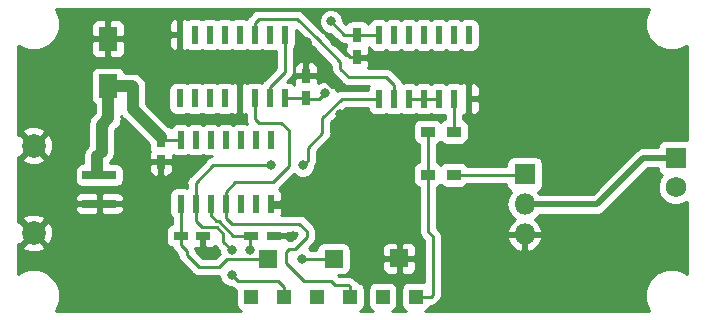
<source format=gtl>
G04 #@! TF.GenerationSoftware,KiCad,Pcbnew,5.0.1*
G04 #@! TF.CreationDate,2019-03-20T12:14:45+09:00*
G04 #@! TF.ProjectId,supersonic_bone_therapy_equipment,7375706572736F6E69635F626F6E655F,rev?*
G04 #@! TF.SameCoordinates,Original*
G04 #@! TF.FileFunction,Copper,L1,Top,Signal*
G04 #@! TF.FilePolarity,Positive*
%FSLAX46Y46*%
G04 Gerber Fmt 4.6, Leading zero omitted, Abs format (unit mm)*
G04 Created by KiCad (PCBNEW 5.0.1) date 2019年03月20日 12時14分45秒*
%MOMM*%
%LPD*%
G01*
G04 APERTURE LIST*
G04 #@! TA.AperFunction,SMDPad,CuDef*
%ADD10R,1.200000X0.750000*%
G04 #@! TD*
G04 #@! TA.AperFunction,SMDPad,CuDef*
%ADD11R,1.600000X2.000000*%
G04 #@! TD*
G04 #@! TA.AperFunction,SMDPad,CuDef*
%ADD12R,0.750000X1.200000*%
G04 #@! TD*
G04 #@! TA.AperFunction,SMDPad,CuDef*
%ADD13R,2.860000X0.700000*%
G04 #@! TD*
G04 #@! TA.AperFunction,ComponentPad*
%ADD14C,2.000000*%
G04 #@! TD*
G04 #@! TA.AperFunction,ComponentPad*
%ADD15C,1.750000*%
G04 #@! TD*
G04 #@! TA.AperFunction,ComponentPad*
%ADD16R,1.750000X1.750000*%
G04 #@! TD*
G04 #@! TA.AperFunction,ComponentPad*
%ADD17O,1.800000X1.800000*%
G04 #@! TD*
G04 #@! TA.AperFunction,ComponentPad*
%ADD18R,1.800000X1.800000*%
G04 #@! TD*
G04 #@! TA.AperFunction,SMDPad,CuDef*
%ADD19R,1.200000X0.900000*%
G04 #@! TD*
G04 #@! TA.AperFunction,SMDPad,CuDef*
%ADD20R,1.600000X1.500000*%
G04 #@! TD*
G04 #@! TA.AperFunction,SMDPad,CuDef*
%ADD21R,1.200000X1.200000*%
G04 #@! TD*
G04 #@! TA.AperFunction,SMDPad,CuDef*
%ADD22R,0.600000X1.500000*%
G04 #@! TD*
G04 #@! TA.AperFunction,ViaPad*
%ADD23C,0.800000*%
G04 #@! TD*
G04 #@! TA.AperFunction,Conductor*
%ADD24C,0.250000*%
G04 #@! TD*
G04 #@! TA.AperFunction,Conductor*
%ADD25C,1.000000*%
G04 #@! TD*
G04 #@! TA.AperFunction,Conductor*
%ADD26C,0.500000*%
G04 #@! TD*
G04 #@! TA.AperFunction,Conductor*
%ADD27C,0.254000*%
G04 #@! TD*
G04 APERTURE END LIST*
D10*
G04 #@! TO.P,C1,2*
G04 #@! TO.N,GND*
X141346000Y-106934000D03*
G04 #@! TO.P,C1,1*
G04 #@! TO.N,Net-(C1-Pad1)*
X139446000Y-106934000D03*
G04 #@! TD*
G04 #@! TO.P,C2,1*
G04 #@! TO.N,Net-(C2-Pad1)*
X145420000Y-106934000D03*
G04 #@! TO.P,C2,2*
G04 #@! TO.N,GND*
X147320000Y-106934000D03*
G04 #@! TD*
D11*
G04 #@! TO.P,C3,2*
G04 #@! TO.N,GND*
X133299200Y-90252800D03*
G04 #@! TO.P,C3,1*
G04 #@! TO.N,+5V*
X133299200Y-94252800D03*
G04 #@! TD*
D12*
G04 #@! TO.P,C4,2*
G04 #@! TO.N,GND*
X137769600Y-100685600D03*
G04 #@! TO.P,C4,1*
G04 #@! TO.N,+5V*
X137769600Y-98785600D03*
G04 #@! TD*
G04 #@! TO.P,C5,1*
G04 #@! TO.N,+5V*
X154406600Y-89921000D03*
G04 #@! TO.P,C5,2*
G04 #@! TO.N,GND*
X154406600Y-91821000D03*
G04 #@! TD*
D13*
G04 #@! TO.P,J1,2*
G04 #@! TO.N,GND*
X132570000Y-104200000D03*
G04 #@! TO.P,J1,1*
G04 #@! TO.N,+5V*
X132570000Y-101800000D03*
D14*
G04 #@! TO.P,J1,2*
G04 #@! TO.N,GND*
X127000000Y-106700000D03*
X127000000Y-99300000D03*
G04 #@! TD*
D15*
G04 #@! TO.P,J2,2*
G04 #@! TO.N,+5V*
X181356000Y-102830000D03*
D16*
G04 #@! TO.P,J2,1*
G04 #@! TO.N,Net-(J2-Pad1)*
X181356000Y-100330000D03*
G04 #@! TD*
D17*
G04 #@! TO.P,Q1,3*
G04 #@! TO.N,GND*
X168579800Y-106807000D03*
G04 #@! TO.P,Q1,2*
G04 #@! TO.N,Net-(J2-Pad1)*
X168579800Y-104267000D03*
D18*
G04 #@! TO.P,Q1,1*
G04 #@! TO.N,Net-(Q1-Pad1)*
X168579800Y-101727000D03*
G04 #@! TD*
D19*
G04 #@! TO.P,R3,2*
G04 #@! TO.N,Net-(R3-Pad2)*
X160385400Y-98120200D03*
G04 #@! TO.P,R3,1*
G04 #@! TO.N,Net-(R3-Pad1)*
X162585400Y-98120200D03*
G04 #@! TD*
G04 #@! TO.P,R5,1*
G04 #@! TO.N,Net-(Q1-Pad1)*
X162567800Y-101752400D03*
G04 #@! TO.P,R5,2*
G04 #@! TO.N,Net-(R3-Pad2)*
X160367800Y-101752400D03*
G04 #@! TD*
D20*
G04 #@! TO.P,RV1,2*
G04 #@! TO.N,Net-(C1-Pad1)*
X146812000Y-108870000D03*
D21*
G04 #@! TO.P,RV1,3*
G04 #@! TO.N,Net-(RV1-Pad3)*
X148212000Y-112110000D03*
G04 #@! TO.P,RV1,1*
G04 #@! TO.N,N/C*
X145412000Y-112110000D03*
G04 #@! TD*
G04 #@! TO.P,RV2,1*
G04 #@! TO.N,N/C*
X151000000Y-112110000D03*
G04 #@! TO.P,RV2,3*
G04 #@! TO.N,Net-(RV2-Pad3)*
X153800000Y-112110000D03*
D20*
G04 #@! TO.P,RV2,2*
G04 #@! TO.N,Net-(C2-Pad1)*
X152400000Y-108870000D03*
G04 #@! TD*
G04 #@! TO.P,RV3,2*
G04 #@! TO.N,GND*
X157962600Y-108844600D03*
D21*
G04 #@! TO.P,RV3,3*
G04 #@! TO.N,Net-(R3-Pad2)*
X159362600Y-112084600D03*
G04 #@! TO.P,RV3,1*
G04 #@! TO.N,N/C*
X156562600Y-112084600D03*
G04 #@! TD*
D22*
G04 #@! TO.P,U1,14*
G04 #@! TO.N,+5V*
X139446000Y-98806000D03*
G04 #@! TO.P,U1,13*
G04 #@! TO.N,N/C*
X140716000Y-98806000D03*
G04 #@! TO.P,U1,12*
X141986000Y-98806000D03*
G04 #@! TO.P,U1,11*
X143256000Y-98806000D03*
G04 #@! TO.P,U1,10*
X144526000Y-98806000D03*
G04 #@! TO.P,U1,9*
X145796000Y-98806000D03*
G04 #@! TO.P,U1,8*
X147066000Y-98806000D03*
G04 #@! TO.P,U1,7*
G04 #@! TO.N,GND*
X147066000Y-104206000D03*
G04 #@! TO.P,U1,6*
G04 #@! TO.N,N/C*
X145796000Y-104206000D03*
G04 #@! TO.P,U1,5*
X144526000Y-104206000D03*
G04 #@! TO.P,U1,4*
G04 #@! TO.N,Net-(RV2-Pad3)*
X143256000Y-104206000D03*
G04 #@! TO.P,U1,3*
G04 #@! TO.N,Net-(C2-Pad1)*
X141986000Y-104206000D03*
G04 #@! TO.P,U1,2*
G04 #@! TO.N,Net-(RV1-Pad3)*
X140716000Y-104206000D03*
G04 #@! TO.P,U1,1*
G04 #@! TO.N,Net-(C1-Pad1)*
X139446000Y-104206000D03*
G04 #@! TD*
G04 #@! TO.P,U2,16*
G04 #@! TO.N,+5V*
X148264273Y-95300520D03*
G04 #@! TO.P,U2,15*
G04 #@! TO.N,Net-(U2-Pad1)*
X146994273Y-95300520D03*
G04 #@! TO.P,U2,14*
G04 #@! TO.N,Net-(RV2-Pad3)*
X145724273Y-95300520D03*
G04 #@! TO.P,U2,13*
G04 #@! TO.N,GND*
X144454273Y-95300520D03*
G04 #@! TO.P,U2,12*
G04 #@! TO.N,N/C*
X143184273Y-95300520D03*
G04 #@! TO.P,U2,11*
X141914273Y-95300520D03*
G04 #@! TO.P,U2,10*
X140644273Y-95300520D03*
G04 #@! TO.P,U2,9*
X139374273Y-95300520D03*
G04 #@! TO.P,U2,8*
G04 #@! TO.N,GND*
X139374273Y-89900520D03*
G04 #@! TO.P,U2,7*
G04 #@! TO.N,N/C*
X140644273Y-89900520D03*
G04 #@! TO.P,U2,6*
X141914273Y-89900520D03*
G04 #@! TO.P,U2,5*
X143184273Y-89900520D03*
G04 #@! TO.P,U2,4*
X144454273Y-89900520D03*
G04 #@! TO.P,U2,3*
G04 #@! TO.N,Net-(U2-Pad3)*
X145724273Y-89900520D03*
G04 #@! TO.P,U2,2*
G04 #@! TO.N,N/C*
X146994273Y-89900520D03*
G04 #@! TO.P,U2,1*
G04 #@! TO.N,Net-(U2-Pad1)*
X148264273Y-89900520D03*
G04 #@! TD*
G04 #@! TO.P,U3,1*
G04 #@! TO.N,Net-(RV1-Pad3)*
X156235400Y-95333800D03*
G04 #@! TO.P,U3,2*
G04 #@! TO.N,Net-(U2-Pad3)*
X157505400Y-95333800D03*
G04 #@! TO.P,U3,3*
G04 #@! TO.N,Net-(U3-Pad3)*
X158775400Y-95333800D03*
G04 #@! TO.P,U3,4*
X160045400Y-95333800D03*
G04 #@! TO.P,U3,5*
X161315400Y-95333800D03*
G04 #@! TO.P,U3,6*
G04 #@! TO.N,Net-(R3-Pad1)*
X162585400Y-95333800D03*
G04 #@! TO.P,U3,7*
G04 #@! TO.N,GND*
X163855400Y-95333800D03*
G04 #@! TO.P,U3,8*
G04 #@! TO.N,N/C*
X163855400Y-89933800D03*
G04 #@! TO.P,U3,9*
X162585400Y-89933800D03*
G04 #@! TO.P,U3,10*
X161315400Y-89933800D03*
G04 #@! TO.P,U3,11*
X160045400Y-89933800D03*
G04 #@! TO.P,U3,12*
X158775400Y-89933800D03*
G04 #@! TO.P,U3,13*
X157505400Y-89933800D03*
G04 #@! TO.P,U3,14*
G04 #@! TO.N,+5V*
X156235400Y-89933800D03*
G04 #@! TD*
D12*
G04 #@! TO.P,C6,2*
G04 #@! TO.N,GND*
X150067673Y-93403120D03*
G04 #@! TO.P,C6,1*
G04 #@! TO.N,+5V*
X150067673Y-95303120D03*
G04 #@! TD*
D23*
G04 #@! TO.N,GND*
X149008000Y-106934000D03*
X142018000Y-108590000D03*
X149638000Y-104526000D03*
X164878000Y-99700000D03*
X164878000Y-103764000D03*
X152516600Y-90556000D03*
X150146000Y-90556000D03*
X152940000Y-94366000D03*
X152940000Y-96652000D03*
G04 #@! TO.N,Net-(C2-Pad1)*
X149764000Y-108870000D03*
X145288000Y-108145000D03*
G04 #@! TO.N,+5V*
X152178000Y-88778000D03*
X151670000Y-94874000D03*
X132366000Y-100208000D03*
G04 #@! TO.N,Net-(RV1-Pad3)*
X143764000Y-110236000D03*
X143768653Y-108145000D03*
X147116800Y-100965000D03*
X149809200Y-100965000D03*
G04 #@! TD*
D24*
G04 #@! TO.N,GND*
X147320000Y-106934000D02*
X149008000Y-106934000D01*
X141346000Y-107918000D02*
X141346000Y-106934000D01*
X142018000Y-108590000D02*
X141346000Y-107918000D01*
X147386000Y-104526000D02*
X147066000Y-104206000D01*
X149638000Y-104526000D02*
X147386000Y-104526000D01*
X153781600Y-91821000D02*
X152516600Y-90556000D01*
X154406600Y-91821000D02*
X153781600Y-91821000D01*
X150146000Y-93324793D02*
X150067673Y-93403120D01*
X150146000Y-90556000D02*
X150146000Y-93324793D01*
X151272122Y-93403120D02*
X152235002Y-94366000D01*
X150067673Y-93403120D02*
X151272122Y-93403120D01*
X152235002Y-94366000D02*
X152940000Y-94366000D01*
G04 #@! TO.N,Net-(C1-Pad1)*
X139446000Y-104206000D02*
X139446000Y-106934000D01*
X146812000Y-108870000D02*
X143414000Y-108870000D01*
X139446000Y-107696000D02*
X139446000Y-106934000D01*
X139954000Y-108204000D02*
X139446000Y-107696000D01*
X139954000Y-108204000D02*
X139954000Y-108558000D01*
X139954000Y-108558000D02*
X141002000Y-109606000D01*
X142678000Y-109606000D02*
X143414000Y-108870000D01*
X141002000Y-109606000D02*
X142678000Y-109606000D01*
G04 #@! TO.N,Net-(C2-Pad1)*
X141986000Y-105206000D02*
X141986000Y-104206000D01*
X143892410Y-106934000D02*
X142680401Y-105721991D01*
X142551991Y-105721991D02*
X142494000Y-105664000D01*
X145420000Y-106934000D02*
X143892410Y-106934000D01*
X142444000Y-105664000D02*
X141986000Y-105206000D01*
X142680401Y-105721991D02*
X142551991Y-105721991D01*
X142494000Y-105664000D02*
X142444000Y-105664000D01*
X152400000Y-108870000D02*
X149764000Y-108870000D01*
X145288000Y-107066000D02*
X145420000Y-106934000D01*
X145288000Y-108145000D02*
X145288000Y-107066000D01*
G04 #@! TO.N,+5V*
X150065073Y-95300520D02*
X150067673Y-95303120D01*
X148264273Y-95300520D02*
X150065073Y-95300520D01*
X137790000Y-98806000D02*
X137769600Y-98785600D01*
X139446000Y-98806000D02*
X137790000Y-98806000D01*
X154419400Y-89933800D02*
X154406600Y-89921000D01*
X156235400Y-89933800D02*
X154419400Y-89933800D01*
X153321000Y-89921000D02*
X154406600Y-89921000D01*
X152178000Y-88778000D02*
X153321000Y-89921000D01*
X151670000Y-94874000D02*
X151162000Y-95382000D01*
X151162000Y-95382000D02*
X150400000Y-95382000D01*
X132366000Y-101596000D02*
X132570000Y-101800000D01*
D25*
X132366000Y-100208000D02*
X132366000Y-101596000D01*
X132765999Y-99808001D02*
X132765999Y-97522001D01*
D24*
X132366000Y-100208000D02*
X132765999Y-99808001D01*
D25*
X132765999Y-97522001D02*
X133299200Y-96988800D01*
X137769600Y-98560600D02*
X135414000Y-96205000D01*
D24*
X137769600Y-98785600D02*
X137769600Y-98560600D01*
D25*
X135414000Y-96205000D02*
X135414000Y-94366000D01*
D24*
X135414000Y-94366000D02*
X135300800Y-94252800D01*
D25*
X135300800Y-94252800D02*
X133299200Y-94252800D01*
X133299200Y-96988800D02*
X133299200Y-94252800D01*
D26*
G04 #@! TO.N,Net-(J2-Pad1)*
X168579800Y-104267000D02*
X174701200Y-104267000D01*
X178638200Y-100330000D02*
X181356000Y-100330000D01*
X174701200Y-104267000D02*
X178638200Y-100330000D01*
D24*
G04 #@! TO.N,Net-(Q1-Pad1)*
X168554400Y-101752400D02*
X168579800Y-101727000D01*
X162567800Y-101752400D02*
X168554400Y-101752400D01*
G04 #@! TO.N,Net-(R3-Pad2)*
X160385400Y-101734800D02*
X160367800Y-101752400D01*
X160385400Y-98120200D02*
X160385400Y-101734800D01*
X160367800Y-102452400D02*
X160401000Y-102485600D01*
X160367800Y-101752400D02*
X160367800Y-102452400D01*
X160401000Y-102485600D02*
X160401000Y-106603800D01*
X160401000Y-106603800D02*
X160782000Y-106984800D01*
X160782000Y-106984800D02*
X160782000Y-111937800D01*
X160635200Y-112084600D02*
X159362600Y-112084600D01*
X160782000Y-111937800D02*
X160635200Y-112084600D01*
G04 #@! TO.N,Net-(R3-Pad1)*
X162585400Y-96333800D02*
X162585400Y-98120200D01*
X162585400Y-95333800D02*
X162585400Y-96333800D01*
G04 #@! TO.N,Net-(RV1-Pad3)*
X148212000Y-111260000D02*
X147696000Y-110744000D01*
X148212000Y-112110000D02*
X148212000Y-111260000D01*
X147696000Y-110744000D02*
X144272000Y-110744000D01*
X144272000Y-110744000D02*
X143764000Y-110236000D01*
X143768653Y-108145000D02*
X143065653Y-107442000D01*
X143065653Y-107442000D02*
X143065653Y-106743653D01*
X143065653Y-106743653D02*
X142494000Y-106172000D01*
X142494000Y-106172000D02*
X141224000Y-106172000D01*
X140716000Y-105664000D02*
X140716000Y-104206000D01*
X141224000Y-106172000D02*
X140716000Y-105664000D01*
X140716000Y-104206000D02*
X140716000Y-102438200D01*
X140716000Y-102438200D02*
X142189200Y-100965000D01*
X142189200Y-100965000D02*
X147116800Y-100965000D01*
X153103600Y-95333800D02*
X156235400Y-95333800D01*
X151460200Y-96977200D02*
X153103600Y-95333800D01*
X150209199Y-99472801D02*
X151460200Y-98221800D01*
X151460200Y-98221800D02*
X151460200Y-96977200D01*
X149809200Y-100965000D02*
X150209199Y-100565001D01*
X150209199Y-100565001D02*
X150209199Y-99472801D01*
G04 #@! TO.N,Net-(RV2-Pad3)*
X153800000Y-111260000D02*
X153670000Y-111130000D01*
X153800000Y-112110000D02*
X153800000Y-111260000D01*
X153670000Y-111130000D02*
X152532000Y-111130000D01*
X152146000Y-110744000D02*
X149860000Y-110744000D01*
X152532000Y-111130000D02*
X152146000Y-110744000D01*
X149860000Y-110744000D02*
X148336000Y-109220000D01*
X143256000Y-103206000D02*
X144074600Y-102387400D01*
X143256000Y-104206000D02*
X143256000Y-103206000D01*
X144074600Y-102387400D02*
X147269200Y-102387400D01*
X147269200Y-102387400D02*
X148590000Y-101066600D01*
X148590000Y-101066600D02*
X148590000Y-97967800D01*
X148590000Y-97967800D02*
X147980400Y-97358200D01*
X147980400Y-97358200D02*
X146050000Y-97358200D01*
X145724273Y-97032473D02*
X145724273Y-95300520D01*
X146050000Y-97358200D02*
X145724273Y-97032473D01*
X148590000Y-108082000D02*
X148336000Y-108336000D01*
X149130000Y-108082000D02*
X148590000Y-108082000D01*
X150146000Y-107066000D02*
X149130000Y-108082000D01*
X148336000Y-109220000D02*
X148336000Y-108336000D01*
X143256000Y-104206000D02*
X143256000Y-105410000D01*
X143764000Y-105918000D02*
X149506000Y-105918000D01*
X143256000Y-105410000D02*
X143764000Y-105918000D01*
X150146000Y-106558000D02*
X150146000Y-107066000D01*
X149506000Y-105918000D02*
X150146000Y-106558000D01*
G04 #@! TO.N,Net-(U2-Pad1)*
X148264273Y-93030520D02*
X148264273Y-90900520D01*
X148264273Y-90900520D02*
X148264273Y-89900520D01*
X146994273Y-94300520D02*
X148264273Y-93030520D01*
X146994273Y-95300520D02*
X146994273Y-94300520D01*
G04 #@! TO.N,Net-(U2-Pad3)*
X145724273Y-88900520D02*
X146075400Y-88549393D01*
X145724273Y-89900520D02*
X145724273Y-88900520D01*
X146075400Y-88549393D02*
X149296207Y-88549393D01*
X149296207Y-88549393D02*
X151053800Y-90306986D01*
X151053800Y-90306986D02*
X151089186Y-90306986D01*
X151089186Y-90306986D02*
X152984200Y-92202000D01*
X152984200Y-92202000D02*
X152984200Y-92811600D01*
X152984200Y-92811600D02*
X153695400Y-93522800D01*
X153695400Y-93522800D02*
X156870400Y-93522800D01*
X157505400Y-94157800D02*
X157505400Y-95333800D01*
X156870400Y-93522800D02*
X157505400Y-94157800D01*
G04 #@! TO.N,Net-(U3-Pad3)*
X158775400Y-95333800D02*
X160045400Y-95333800D01*
X160045400Y-95333800D02*
X161315400Y-95333800D01*
G04 #@! TD*
D27*
G04 #@! TO.N,GND*
G36*
X179882843Y-101452765D02*
X180023191Y-101662809D01*
X180233235Y-101803157D01*
X180245034Y-101805504D01*
X180075884Y-101974654D01*
X179846000Y-102529642D01*
X179846000Y-103130358D01*
X180075884Y-103685346D01*
X180500654Y-104110116D01*
X181055642Y-104340000D01*
X181656358Y-104340000D01*
X182211346Y-104110116D01*
X182290001Y-104031461D01*
X182290001Y-110129234D01*
X182266026Y-110105259D01*
X181444569Y-109765000D01*
X180555431Y-109765000D01*
X179733974Y-110105259D01*
X179105259Y-110733974D01*
X178765000Y-111555431D01*
X178765000Y-112444569D01*
X179105259Y-113266026D01*
X179129233Y-113290000D01*
X160173952Y-113290000D01*
X160210365Y-113282757D01*
X160420409Y-113142409D01*
X160560757Y-112932365D01*
X160577535Y-112848018D01*
X160635200Y-112859488D01*
X160710047Y-112844600D01*
X160710052Y-112844600D01*
X160931737Y-112800504D01*
X161183129Y-112632529D01*
X161225531Y-112569070D01*
X161266470Y-112528131D01*
X161329929Y-112485729D01*
X161497904Y-112234337D01*
X161542000Y-112012652D01*
X161542000Y-112012648D01*
X161556888Y-111937800D01*
X161542000Y-111862952D01*
X161542000Y-107171742D01*
X167088754Y-107171742D01*
X167341834Y-107714576D01*
X167783383Y-108119240D01*
X168215060Y-108298036D01*
X168452800Y-108177378D01*
X168452800Y-106934000D01*
X168706800Y-106934000D01*
X168706800Y-108177378D01*
X168944540Y-108298036D01*
X169376217Y-108119240D01*
X169817766Y-107714576D01*
X170070846Y-107171742D01*
X169950797Y-106934000D01*
X168706800Y-106934000D01*
X168452800Y-106934000D01*
X167208803Y-106934000D01*
X167088754Y-107171742D01*
X161542000Y-107171742D01*
X161542000Y-107059646D01*
X161556888Y-106984799D01*
X161542000Y-106909952D01*
X161542000Y-106909948D01*
X161497904Y-106688263D01*
X161329929Y-106436871D01*
X161266473Y-106394471D01*
X161161000Y-106288998D01*
X161161000Y-102811411D01*
X161215565Y-102800557D01*
X161425609Y-102660209D01*
X161467800Y-102597066D01*
X161509991Y-102660209D01*
X161720035Y-102800557D01*
X161967800Y-102849840D01*
X163167800Y-102849840D01*
X163415565Y-102800557D01*
X163625609Y-102660209D01*
X163724373Y-102512400D01*
X167032360Y-102512400D01*
X167032360Y-102627000D01*
X167081643Y-102874765D01*
X167221991Y-103084809D01*
X167430496Y-103224129D01*
X167133862Y-103668073D01*
X167014728Y-104267000D01*
X167133862Y-104865927D01*
X167473127Y-105373673D01*
X167728974Y-105544624D01*
X167341834Y-105899424D01*
X167088754Y-106442258D01*
X167208803Y-106680000D01*
X168452800Y-106680000D01*
X168452800Y-106660000D01*
X168706800Y-106660000D01*
X168706800Y-106680000D01*
X169950797Y-106680000D01*
X170070846Y-106442258D01*
X169817766Y-105899424D01*
X169430626Y-105544624D01*
X169686473Y-105373673D01*
X169834590Y-105152000D01*
X174614039Y-105152000D01*
X174701200Y-105169337D01*
X174788361Y-105152000D01*
X174788365Y-105152000D01*
X175046510Y-105100652D01*
X175339249Y-104905049D01*
X175388625Y-104831153D01*
X179004779Y-101215000D01*
X179835549Y-101215000D01*
X179882843Y-101452765D01*
X179882843Y-101452765D01*
G37*
X179882843Y-101452765D02*
X180023191Y-101662809D01*
X180233235Y-101803157D01*
X180245034Y-101805504D01*
X180075884Y-101974654D01*
X179846000Y-102529642D01*
X179846000Y-103130358D01*
X180075884Y-103685346D01*
X180500654Y-104110116D01*
X181055642Y-104340000D01*
X181656358Y-104340000D01*
X182211346Y-104110116D01*
X182290001Y-104031461D01*
X182290001Y-110129234D01*
X182266026Y-110105259D01*
X181444569Y-109765000D01*
X180555431Y-109765000D01*
X179733974Y-110105259D01*
X179105259Y-110733974D01*
X178765000Y-111555431D01*
X178765000Y-112444569D01*
X179105259Y-113266026D01*
X179129233Y-113290000D01*
X160173952Y-113290000D01*
X160210365Y-113282757D01*
X160420409Y-113142409D01*
X160560757Y-112932365D01*
X160577535Y-112848018D01*
X160635200Y-112859488D01*
X160710047Y-112844600D01*
X160710052Y-112844600D01*
X160931737Y-112800504D01*
X161183129Y-112632529D01*
X161225531Y-112569070D01*
X161266470Y-112528131D01*
X161329929Y-112485729D01*
X161497904Y-112234337D01*
X161542000Y-112012652D01*
X161542000Y-112012648D01*
X161556888Y-111937800D01*
X161542000Y-111862952D01*
X161542000Y-107171742D01*
X167088754Y-107171742D01*
X167341834Y-107714576D01*
X167783383Y-108119240D01*
X168215060Y-108298036D01*
X168452800Y-108177378D01*
X168452800Y-106934000D01*
X168706800Y-106934000D01*
X168706800Y-108177378D01*
X168944540Y-108298036D01*
X169376217Y-108119240D01*
X169817766Y-107714576D01*
X170070846Y-107171742D01*
X169950797Y-106934000D01*
X168706800Y-106934000D01*
X168452800Y-106934000D01*
X167208803Y-106934000D01*
X167088754Y-107171742D01*
X161542000Y-107171742D01*
X161542000Y-107059646D01*
X161556888Y-106984799D01*
X161542000Y-106909952D01*
X161542000Y-106909948D01*
X161497904Y-106688263D01*
X161329929Y-106436871D01*
X161266473Y-106394471D01*
X161161000Y-106288998D01*
X161161000Y-102811411D01*
X161215565Y-102800557D01*
X161425609Y-102660209D01*
X161467800Y-102597066D01*
X161509991Y-102660209D01*
X161720035Y-102800557D01*
X161967800Y-102849840D01*
X163167800Y-102849840D01*
X163415565Y-102800557D01*
X163625609Y-102660209D01*
X163724373Y-102512400D01*
X167032360Y-102512400D01*
X167032360Y-102627000D01*
X167081643Y-102874765D01*
X167221991Y-103084809D01*
X167430496Y-103224129D01*
X167133862Y-103668073D01*
X167014728Y-104267000D01*
X167133862Y-104865927D01*
X167473127Y-105373673D01*
X167728974Y-105544624D01*
X167341834Y-105899424D01*
X167088754Y-106442258D01*
X167208803Y-106680000D01*
X168452800Y-106680000D01*
X168452800Y-106660000D01*
X168706800Y-106660000D01*
X168706800Y-106680000D01*
X169950797Y-106680000D01*
X170070846Y-106442258D01*
X169817766Y-105899424D01*
X169430626Y-105544624D01*
X169686473Y-105373673D01*
X169834590Y-105152000D01*
X174614039Y-105152000D01*
X174701200Y-105169337D01*
X174788361Y-105152000D01*
X174788365Y-105152000D01*
X175046510Y-105100652D01*
X175339249Y-104905049D01*
X175388625Y-104831153D01*
X179004779Y-101215000D01*
X179835549Y-101215000D01*
X179882843Y-101452765D01*
G36*
X179105259Y-87733974D02*
X178765000Y-88555431D01*
X178765000Y-89444569D01*
X179105259Y-90266026D01*
X179733974Y-90894741D01*
X180555431Y-91235000D01*
X181444569Y-91235000D01*
X182266026Y-90894741D01*
X182290000Y-90870767D01*
X182290000Y-98819296D01*
X182231000Y-98807560D01*
X180481000Y-98807560D01*
X180233235Y-98856843D01*
X180023191Y-98997191D01*
X179882843Y-99207235D01*
X179835549Y-99445000D01*
X178725361Y-99445000D01*
X178638200Y-99427663D01*
X178551039Y-99445000D01*
X178551035Y-99445000D01*
X178292890Y-99496348D01*
X178074045Y-99642576D01*
X178074044Y-99642577D01*
X178000151Y-99691951D01*
X177950777Y-99765844D01*
X174334622Y-103382000D01*
X169834590Y-103382000D01*
X169729104Y-103224129D01*
X169937609Y-103084809D01*
X170077957Y-102874765D01*
X170127240Y-102627000D01*
X170127240Y-100827000D01*
X170077957Y-100579235D01*
X169937609Y-100369191D01*
X169727565Y-100228843D01*
X169479800Y-100179560D01*
X167679800Y-100179560D01*
X167432035Y-100228843D01*
X167221991Y-100369191D01*
X167081643Y-100579235D01*
X167032360Y-100827000D01*
X167032360Y-100992400D01*
X163724373Y-100992400D01*
X163625609Y-100844591D01*
X163415565Y-100704243D01*
X163167800Y-100654960D01*
X161967800Y-100654960D01*
X161720035Y-100704243D01*
X161509991Y-100844591D01*
X161467800Y-100907734D01*
X161425609Y-100844591D01*
X161215565Y-100704243D01*
X161145400Y-100690286D01*
X161145400Y-99185814D01*
X161233165Y-99168357D01*
X161443209Y-99028009D01*
X161485400Y-98964866D01*
X161527591Y-99028009D01*
X161737635Y-99168357D01*
X161985400Y-99217640D01*
X163185400Y-99217640D01*
X163433165Y-99168357D01*
X163643209Y-99028009D01*
X163783557Y-98817965D01*
X163832840Y-98570200D01*
X163832840Y-97670200D01*
X163783557Y-97422435D01*
X163643209Y-97212391D01*
X163433165Y-97072043D01*
X163345400Y-97054586D01*
X163345400Y-96684134D01*
X163429090Y-96718800D01*
X163569650Y-96718800D01*
X163728400Y-96560050D01*
X163728400Y-95460800D01*
X163982400Y-95460800D01*
X163982400Y-96560050D01*
X164141150Y-96718800D01*
X164281710Y-96718800D01*
X164515099Y-96622127D01*
X164693727Y-96443498D01*
X164790400Y-96210109D01*
X164790400Y-95619550D01*
X164631650Y-95460800D01*
X163982400Y-95460800D01*
X163728400Y-95460800D01*
X163708400Y-95460800D01*
X163708400Y-95206800D01*
X163728400Y-95206800D01*
X163728400Y-94107550D01*
X163982400Y-94107550D01*
X163982400Y-95206800D01*
X164631650Y-95206800D01*
X164790400Y-95048050D01*
X164790400Y-94457491D01*
X164693727Y-94224102D01*
X164515099Y-94045473D01*
X164281710Y-93948800D01*
X164141150Y-93948800D01*
X163982400Y-94107550D01*
X163728400Y-94107550D01*
X163569650Y-93948800D01*
X163429090Y-93948800D01*
X163212372Y-94038568D01*
X163133165Y-93985643D01*
X162885400Y-93936360D01*
X162285400Y-93936360D01*
X162037635Y-93985643D01*
X161950400Y-94043932D01*
X161863165Y-93985643D01*
X161615400Y-93936360D01*
X161015400Y-93936360D01*
X160767635Y-93985643D01*
X160680400Y-94043932D01*
X160593165Y-93985643D01*
X160345400Y-93936360D01*
X159745400Y-93936360D01*
X159497635Y-93985643D01*
X159410400Y-94043932D01*
X159323165Y-93985643D01*
X159075400Y-93936360D01*
X158475400Y-93936360D01*
X158245344Y-93982120D01*
X158221304Y-93861263D01*
X158053329Y-93609871D01*
X157989873Y-93567471D01*
X157460731Y-93038330D01*
X157418329Y-92974871D01*
X157166937Y-92806896D01*
X156945252Y-92762800D01*
X156945247Y-92762800D01*
X156870400Y-92747912D01*
X156795553Y-92762800D01*
X155327341Y-92762800D01*
X155416600Y-92547309D01*
X155416600Y-92106750D01*
X155257850Y-91948000D01*
X154533600Y-91948000D01*
X154533600Y-91968000D01*
X154279600Y-91968000D01*
X154279600Y-91948000D01*
X154259600Y-91948000D01*
X154259600Y-91694000D01*
X154279600Y-91694000D01*
X154279600Y-91674000D01*
X154533600Y-91674000D01*
X154533600Y-91694000D01*
X155257850Y-91694000D01*
X155416600Y-91535250D01*
X155416600Y-91094691D01*
X155368257Y-90977980D01*
X155477591Y-91141609D01*
X155687635Y-91281957D01*
X155935400Y-91331240D01*
X156535400Y-91331240D01*
X156783165Y-91281957D01*
X156870400Y-91223668D01*
X156957635Y-91281957D01*
X157205400Y-91331240D01*
X157805400Y-91331240D01*
X158053165Y-91281957D01*
X158140400Y-91223668D01*
X158227635Y-91281957D01*
X158475400Y-91331240D01*
X159075400Y-91331240D01*
X159323165Y-91281957D01*
X159410400Y-91223668D01*
X159497635Y-91281957D01*
X159745400Y-91331240D01*
X160345400Y-91331240D01*
X160593165Y-91281957D01*
X160680400Y-91223668D01*
X160767635Y-91281957D01*
X161015400Y-91331240D01*
X161615400Y-91331240D01*
X161863165Y-91281957D01*
X161950400Y-91223668D01*
X162037635Y-91281957D01*
X162285400Y-91331240D01*
X162885400Y-91331240D01*
X163133165Y-91281957D01*
X163220400Y-91223668D01*
X163307635Y-91281957D01*
X163555400Y-91331240D01*
X164155400Y-91331240D01*
X164403165Y-91281957D01*
X164613209Y-91141609D01*
X164753557Y-90931565D01*
X164802840Y-90683800D01*
X164802840Y-89183800D01*
X164753557Y-88936035D01*
X164613209Y-88725991D01*
X164403165Y-88585643D01*
X164155400Y-88536360D01*
X163555400Y-88536360D01*
X163307635Y-88585643D01*
X163220400Y-88643932D01*
X163133165Y-88585643D01*
X162885400Y-88536360D01*
X162285400Y-88536360D01*
X162037635Y-88585643D01*
X161950400Y-88643932D01*
X161863165Y-88585643D01*
X161615400Y-88536360D01*
X161015400Y-88536360D01*
X160767635Y-88585643D01*
X160680400Y-88643932D01*
X160593165Y-88585643D01*
X160345400Y-88536360D01*
X159745400Y-88536360D01*
X159497635Y-88585643D01*
X159410400Y-88643932D01*
X159323165Y-88585643D01*
X159075400Y-88536360D01*
X158475400Y-88536360D01*
X158227635Y-88585643D01*
X158140400Y-88643932D01*
X158053165Y-88585643D01*
X157805400Y-88536360D01*
X157205400Y-88536360D01*
X156957635Y-88585643D01*
X156870400Y-88643932D01*
X156783165Y-88585643D01*
X156535400Y-88536360D01*
X155935400Y-88536360D01*
X155687635Y-88585643D01*
X155477591Y-88725991D01*
X155337243Y-88936035D01*
X155325966Y-88992731D01*
X155239409Y-88863191D01*
X155029365Y-88722843D01*
X154781600Y-88673560D01*
X154031600Y-88673560D01*
X153783835Y-88722843D01*
X153573791Y-88863191D01*
X153479343Y-89004541D01*
X153213000Y-88738199D01*
X153213000Y-88572126D01*
X153055431Y-88191720D01*
X152764280Y-87900569D01*
X152383874Y-87743000D01*
X151972126Y-87743000D01*
X151591720Y-87900569D01*
X151300569Y-88191720D01*
X151143000Y-88572126D01*
X151143000Y-88983874D01*
X151300569Y-89364280D01*
X151591720Y-89655431D01*
X151972126Y-89813000D01*
X152138199Y-89813000D01*
X152730670Y-90405472D01*
X152773071Y-90468929D01*
X153024463Y-90636904D01*
X153246148Y-90681000D01*
X153246152Y-90681000D01*
X153320999Y-90695888D01*
X153395846Y-90681000D01*
X153415986Y-90681000D01*
X153433443Y-90768765D01*
X153494473Y-90860102D01*
X153493273Y-90861302D01*
X153396600Y-91094691D01*
X153396600Y-91535250D01*
X153481777Y-91620427D01*
X153468676Y-91611673D01*
X151679517Y-89822516D01*
X151637115Y-89759057D01*
X151467017Y-89645401D01*
X149886538Y-88064923D01*
X149844136Y-88001464D01*
X149592744Y-87833489D01*
X149371059Y-87789393D01*
X149371054Y-87789393D01*
X149296207Y-87774505D01*
X149221360Y-87789393D01*
X146150248Y-87789393D01*
X146075400Y-87774505D01*
X146000552Y-87789393D01*
X146000548Y-87789393D01*
X145778863Y-87833489D01*
X145527471Y-88001464D01*
X145485069Y-88064923D01*
X145239801Y-88310191D01*
X145176345Y-88352591D01*
X145133945Y-88416047D01*
X145133944Y-88416048D01*
X145030261Y-88571221D01*
X145002038Y-88552363D01*
X144754273Y-88503080D01*
X144154273Y-88503080D01*
X143906508Y-88552363D01*
X143819273Y-88610652D01*
X143732038Y-88552363D01*
X143484273Y-88503080D01*
X142884273Y-88503080D01*
X142636508Y-88552363D01*
X142549273Y-88610652D01*
X142462038Y-88552363D01*
X142214273Y-88503080D01*
X141614273Y-88503080D01*
X141366508Y-88552363D01*
X141279273Y-88610652D01*
X141192038Y-88552363D01*
X140944273Y-88503080D01*
X140344273Y-88503080D01*
X140096508Y-88552363D01*
X140017301Y-88605288D01*
X139800583Y-88515520D01*
X139660023Y-88515520D01*
X139501273Y-88674270D01*
X139501273Y-89773520D01*
X139521273Y-89773520D01*
X139521273Y-90027520D01*
X139501273Y-90027520D01*
X139501273Y-91126770D01*
X139660023Y-91285520D01*
X139800583Y-91285520D01*
X140017301Y-91195752D01*
X140096508Y-91248677D01*
X140344273Y-91297960D01*
X140944273Y-91297960D01*
X141192038Y-91248677D01*
X141279273Y-91190388D01*
X141366508Y-91248677D01*
X141614273Y-91297960D01*
X142214273Y-91297960D01*
X142462038Y-91248677D01*
X142549273Y-91190388D01*
X142636508Y-91248677D01*
X142884273Y-91297960D01*
X143484273Y-91297960D01*
X143732038Y-91248677D01*
X143819273Y-91190388D01*
X143906508Y-91248677D01*
X144154273Y-91297960D01*
X144754273Y-91297960D01*
X145002038Y-91248677D01*
X145089273Y-91190388D01*
X145176508Y-91248677D01*
X145424273Y-91297960D01*
X146024273Y-91297960D01*
X146272038Y-91248677D01*
X146359273Y-91190388D01*
X146446508Y-91248677D01*
X146694273Y-91297960D01*
X147294273Y-91297960D01*
X147504274Y-91256189D01*
X147504273Y-92715718D01*
X146509801Y-93710191D01*
X146446345Y-93752591D01*
X146403945Y-93816047D01*
X146403944Y-93816048D01*
X146300261Y-93971221D01*
X146272038Y-93952363D01*
X146024273Y-93903080D01*
X145424273Y-93903080D01*
X145176508Y-93952363D01*
X145097301Y-94005288D01*
X144880583Y-93915520D01*
X144740023Y-93915520D01*
X144581273Y-94074270D01*
X144581273Y-95173520D01*
X144601273Y-95173520D01*
X144601273Y-95427520D01*
X144581273Y-95427520D01*
X144581273Y-96526770D01*
X144740023Y-96685520D01*
X144880583Y-96685520D01*
X144964273Y-96650854D01*
X144964273Y-96957626D01*
X144949385Y-97032473D01*
X144964273Y-97107320D01*
X144964273Y-97107324D01*
X145008369Y-97329009D01*
X145111139Y-97482816D01*
X145073765Y-97457843D01*
X144826000Y-97408560D01*
X144226000Y-97408560D01*
X143978235Y-97457843D01*
X143891000Y-97516132D01*
X143803765Y-97457843D01*
X143556000Y-97408560D01*
X142956000Y-97408560D01*
X142708235Y-97457843D01*
X142621000Y-97516132D01*
X142533765Y-97457843D01*
X142286000Y-97408560D01*
X141686000Y-97408560D01*
X141438235Y-97457843D01*
X141351000Y-97516132D01*
X141263765Y-97457843D01*
X141016000Y-97408560D01*
X140416000Y-97408560D01*
X140168235Y-97457843D01*
X140081000Y-97516132D01*
X139993765Y-97457843D01*
X139746000Y-97408560D01*
X139146000Y-97408560D01*
X138898235Y-97457843D01*
X138688191Y-97598191D01*
X138601846Y-97727415D01*
X138420124Y-97605991D01*
X136549000Y-95734869D01*
X136549000Y-94550520D01*
X138426833Y-94550520D01*
X138426833Y-96050520D01*
X138476116Y-96298285D01*
X138616464Y-96508329D01*
X138826508Y-96648677D01*
X139074273Y-96697960D01*
X139674273Y-96697960D01*
X139922038Y-96648677D01*
X140009273Y-96590388D01*
X140096508Y-96648677D01*
X140344273Y-96697960D01*
X140944273Y-96697960D01*
X141192038Y-96648677D01*
X141279273Y-96590388D01*
X141366508Y-96648677D01*
X141614273Y-96697960D01*
X142214273Y-96697960D01*
X142462038Y-96648677D01*
X142549273Y-96590388D01*
X142636508Y-96648677D01*
X142884273Y-96697960D01*
X143484273Y-96697960D01*
X143732038Y-96648677D01*
X143811245Y-96595752D01*
X144027963Y-96685520D01*
X144168523Y-96685520D01*
X144327273Y-96526770D01*
X144327273Y-95427520D01*
X144307273Y-95427520D01*
X144307273Y-95173520D01*
X144327273Y-95173520D01*
X144327273Y-94074270D01*
X144168523Y-93915520D01*
X144027963Y-93915520D01*
X143811245Y-94005288D01*
X143732038Y-93952363D01*
X143484273Y-93903080D01*
X142884273Y-93903080D01*
X142636508Y-93952363D01*
X142549273Y-94010652D01*
X142462038Y-93952363D01*
X142214273Y-93903080D01*
X141614273Y-93903080D01*
X141366508Y-93952363D01*
X141279273Y-94010652D01*
X141192038Y-93952363D01*
X140944273Y-93903080D01*
X140344273Y-93903080D01*
X140096508Y-93952363D01*
X140009273Y-94010652D01*
X139922038Y-93952363D01*
X139674273Y-93903080D01*
X139074273Y-93903080D01*
X138826508Y-93952363D01*
X138616464Y-94092711D01*
X138476116Y-94302755D01*
X138426833Y-94550520D01*
X136549000Y-94550520D01*
X136549000Y-94254217D01*
X136483146Y-93923145D01*
X136232289Y-93547711D01*
X136164431Y-93502369D01*
X136119089Y-93434511D01*
X135743655Y-93183654D01*
X135412583Y-93117800D01*
X134719787Y-93117800D01*
X134697357Y-93005035D01*
X134557009Y-92794991D01*
X134346965Y-92654643D01*
X134099200Y-92605360D01*
X132499200Y-92605360D01*
X132251435Y-92654643D01*
X132041391Y-92794991D01*
X131901043Y-93005035D01*
X131851760Y-93252800D01*
X131851760Y-95252800D01*
X131901043Y-95500565D01*
X132041391Y-95710609D01*
X132164200Y-95792668D01*
X132164200Y-96518669D01*
X132042479Y-96640390D01*
X131947711Y-96703712D01*
X131876511Y-96810271D01*
X131696853Y-97079147D01*
X131608764Y-97522001D01*
X131631000Y-97633789D01*
X131630999Y-99334060D01*
X131547711Y-99389711D01*
X131296854Y-99765146D01*
X131231000Y-100096218D01*
X131231000Y-100802560D01*
X131140000Y-100802560D01*
X130892235Y-100851843D01*
X130682191Y-100992191D01*
X130541843Y-101202235D01*
X130492560Y-101450000D01*
X130492560Y-102150000D01*
X130541843Y-102397765D01*
X130682191Y-102607809D01*
X130892235Y-102748157D01*
X131140000Y-102797440D01*
X134000000Y-102797440D01*
X134247765Y-102748157D01*
X134457809Y-102607809D01*
X134598157Y-102397765D01*
X134647440Y-102150000D01*
X134647440Y-101450000D01*
X134598157Y-101202235D01*
X134457809Y-100992191D01*
X134426619Y-100971350D01*
X136759600Y-100971350D01*
X136759600Y-101411909D01*
X136856273Y-101645298D01*
X137034901Y-101823927D01*
X137268290Y-101920600D01*
X137483850Y-101920600D01*
X137642600Y-101761850D01*
X137642600Y-100812600D01*
X137896600Y-100812600D01*
X137896600Y-101761850D01*
X138055350Y-101920600D01*
X138270910Y-101920600D01*
X138504299Y-101823927D01*
X138682927Y-101645298D01*
X138779600Y-101411909D01*
X138779600Y-100971350D01*
X138620850Y-100812600D01*
X137896600Y-100812600D01*
X137642600Y-100812600D01*
X136918350Y-100812600D01*
X136759600Y-100971350D01*
X134426619Y-100971350D01*
X134247765Y-100851843D01*
X134000000Y-100802560D01*
X133501000Y-100802560D01*
X133501000Y-100681941D01*
X133584288Y-100626290D01*
X133835145Y-100250856D01*
X133900999Y-99919784D01*
X133900999Y-97992132D01*
X134022719Y-97870412D01*
X134117489Y-97807089D01*
X134368346Y-97431655D01*
X134388763Y-97329010D01*
X134456435Y-96988801D01*
X134434200Y-96877018D01*
X134434200Y-96781570D01*
X134595711Y-97023289D01*
X134690482Y-97086613D01*
X136747160Y-99143293D01*
X136747160Y-99385600D01*
X136796443Y-99633365D01*
X136857473Y-99724702D01*
X136856273Y-99725902D01*
X136759600Y-99959291D01*
X136759600Y-100399850D01*
X136918350Y-100558600D01*
X137642600Y-100558600D01*
X137642600Y-100538600D01*
X137896600Y-100538600D01*
X137896600Y-100558600D01*
X138620850Y-100558600D01*
X138779600Y-100399850D01*
X138779600Y-100074887D01*
X138898235Y-100154157D01*
X139146000Y-100203440D01*
X139746000Y-100203440D01*
X139993765Y-100154157D01*
X140081000Y-100095868D01*
X140168235Y-100154157D01*
X140416000Y-100203440D01*
X141016000Y-100203440D01*
X141263765Y-100154157D01*
X141351000Y-100095868D01*
X141438235Y-100154157D01*
X141686000Y-100203440D01*
X142122195Y-100203440D01*
X142114352Y-100205000D01*
X142114348Y-100205000D01*
X141892663Y-100249096D01*
X141830102Y-100290898D01*
X141704726Y-100374671D01*
X141704724Y-100374673D01*
X141641271Y-100417071D01*
X141598873Y-100480524D01*
X140231528Y-101847871D01*
X140168072Y-101890271D01*
X140125672Y-101953727D01*
X140125671Y-101953728D01*
X140000097Y-102141663D01*
X139941112Y-102438200D01*
X139956001Y-102513052D01*
X139956001Y-102850331D01*
X139746000Y-102808560D01*
X139146000Y-102808560D01*
X138898235Y-102857843D01*
X138688191Y-102998191D01*
X138547843Y-103208235D01*
X138498560Y-103456000D01*
X138498560Y-104956000D01*
X138547843Y-105203765D01*
X138686000Y-105410531D01*
X138686001Y-105943386D01*
X138598235Y-105960843D01*
X138388191Y-106101191D01*
X138247843Y-106311235D01*
X138198560Y-106559000D01*
X138198560Y-107309000D01*
X138247843Y-107556765D01*
X138388191Y-107766809D01*
X138598235Y-107907157D01*
X138717846Y-107930949D01*
X138730096Y-107992536D01*
X138898071Y-108243929D01*
X138961529Y-108286330D01*
X139188085Y-108512888D01*
X139179112Y-108558000D01*
X139194000Y-108632847D01*
X139194000Y-108632852D01*
X139238096Y-108854537D01*
X139406071Y-109105929D01*
X139469529Y-109148330D01*
X140411671Y-110090473D01*
X140454071Y-110153929D01*
X140517527Y-110196329D01*
X140705462Y-110321904D01*
X140753605Y-110331480D01*
X140927148Y-110366000D01*
X140927152Y-110366000D01*
X141002000Y-110380888D01*
X141076848Y-110366000D01*
X142603153Y-110366000D01*
X142678000Y-110380888D01*
X142729000Y-110370743D01*
X142729000Y-110441874D01*
X142886569Y-110822280D01*
X143177720Y-111113431D01*
X143558126Y-111271000D01*
X143710087Y-111271000D01*
X143724071Y-111291929D01*
X143787524Y-111334327D01*
X143787526Y-111334329D01*
X143870651Y-111389871D01*
X143975463Y-111459904D01*
X144166948Y-111497993D01*
X144164560Y-111510000D01*
X144164560Y-112710000D01*
X144213843Y-112957765D01*
X144354191Y-113167809D01*
X144537061Y-113290000D01*
X128870767Y-113290000D01*
X128894741Y-113266026D01*
X129235000Y-112444569D01*
X129235000Y-111555431D01*
X128894741Y-110733974D01*
X128266026Y-110105259D01*
X127444569Y-109765000D01*
X126555431Y-109765000D01*
X125733974Y-110105259D01*
X125710000Y-110129233D01*
X125710000Y-107852532D01*
X126027073Y-107852532D01*
X126125736Y-108119387D01*
X126735461Y-108345908D01*
X127385460Y-108321856D01*
X127874264Y-108119387D01*
X127972927Y-107852532D01*
X127000000Y-106879605D01*
X126027073Y-107852532D01*
X125710000Y-107852532D01*
X125710000Y-107622102D01*
X125847468Y-107672927D01*
X126820395Y-106700000D01*
X127179605Y-106700000D01*
X128152532Y-107672927D01*
X128419387Y-107574264D01*
X128645908Y-106964539D01*
X128621856Y-106314540D01*
X128419387Y-105825736D01*
X128152532Y-105727073D01*
X127179605Y-106700000D01*
X126820395Y-106700000D01*
X125847468Y-105727073D01*
X125710000Y-105777898D01*
X125710000Y-105547468D01*
X126027073Y-105547468D01*
X127000000Y-106520395D01*
X127972927Y-105547468D01*
X127874264Y-105280613D01*
X127264539Y-105054092D01*
X126614540Y-105078144D01*
X126125736Y-105280613D01*
X126027073Y-105547468D01*
X125710000Y-105547468D01*
X125710000Y-104485750D01*
X130505000Y-104485750D01*
X130505000Y-104676309D01*
X130601673Y-104909698D01*
X130780301Y-105088327D01*
X131013690Y-105185000D01*
X132284250Y-105185000D01*
X132443000Y-105026250D01*
X132443000Y-104327000D01*
X132697000Y-104327000D01*
X132697000Y-105026250D01*
X132855750Y-105185000D01*
X134126310Y-105185000D01*
X134359699Y-105088327D01*
X134538327Y-104909698D01*
X134635000Y-104676309D01*
X134635000Y-104485750D01*
X134476250Y-104327000D01*
X132697000Y-104327000D01*
X132443000Y-104327000D01*
X130663750Y-104327000D01*
X130505000Y-104485750D01*
X125710000Y-104485750D01*
X125710000Y-103723691D01*
X130505000Y-103723691D01*
X130505000Y-103914250D01*
X130663750Y-104073000D01*
X132443000Y-104073000D01*
X132443000Y-103373750D01*
X132697000Y-103373750D01*
X132697000Y-104073000D01*
X134476250Y-104073000D01*
X134635000Y-103914250D01*
X134635000Y-103723691D01*
X134538327Y-103490302D01*
X134359699Y-103311673D01*
X134126310Y-103215000D01*
X132855750Y-103215000D01*
X132697000Y-103373750D01*
X132443000Y-103373750D01*
X132284250Y-103215000D01*
X131013690Y-103215000D01*
X130780301Y-103311673D01*
X130601673Y-103490302D01*
X130505000Y-103723691D01*
X125710000Y-103723691D01*
X125710000Y-100452532D01*
X126027073Y-100452532D01*
X126125736Y-100719387D01*
X126735461Y-100945908D01*
X127385460Y-100921856D01*
X127874264Y-100719387D01*
X127972927Y-100452532D01*
X127000000Y-99479605D01*
X126027073Y-100452532D01*
X125710000Y-100452532D01*
X125710000Y-100222102D01*
X125847468Y-100272927D01*
X126820395Y-99300000D01*
X127179605Y-99300000D01*
X128152532Y-100272927D01*
X128419387Y-100174264D01*
X128645908Y-99564539D01*
X128621856Y-98914540D01*
X128419387Y-98425736D01*
X128152532Y-98327073D01*
X127179605Y-99300000D01*
X126820395Y-99300000D01*
X125847468Y-98327073D01*
X125710000Y-98377898D01*
X125710000Y-98147468D01*
X126027073Y-98147468D01*
X127000000Y-99120395D01*
X127972927Y-98147468D01*
X127874264Y-97880613D01*
X127264539Y-97654092D01*
X126614540Y-97678144D01*
X126125736Y-97880613D01*
X126027073Y-98147468D01*
X125710000Y-98147468D01*
X125710000Y-90870767D01*
X125733974Y-90894741D01*
X126555431Y-91235000D01*
X127444569Y-91235000D01*
X128266026Y-90894741D01*
X128622217Y-90538550D01*
X131864200Y-90538550D01*
X131864200Y-91379109D01*
X131960873Y-91612498D01*
X132139501Y-91791127D01*
X132372890Y-91887800D01*
X133013450Y-91887800D01*
X133172200Y-91729050D01*
X133172200Y-90379800D01*
X133426200Y-90379800D01*
X133426200Y-91729050D01*
X133584950Y-91887800D01*
X134225510Y-91887800D01*
X134458899Y-91791127D01*
X134637527Y-91612498D01*
X134734200Y-91379109D01*
X134734200Y-90538550D01*
X134575450Y-90379800D01*
X133426200Y-90379800D01*
X133172200Y-90379800D01*
X132022950Y-90379800D01*
X131864200Y-90538550D01*
X128622217Y-90538550D01*
X128894741Y-90266026D01*
X128927777Y-90186270D01*
X138439273Y-90186270D01*
X138439273Y-90776829D01*
X138535946Y-91010218D01*
X138714574Y-91188847D01*
X138947963Y-91285520D01*
X139088523Y-91285520D01*
X139247273Y-91126770D01*
X139247273Y-90027520D01*
X138598023Y-90027520D01*
X138439273Y-90186270D01*
X128927777Y-90186270D01*
X129235000Y-89444569D01*
X129235000Y-89126491D01*
X131864200Y-89126491D01*
X131864200Y-89967050D01*
X132022950Y-90125800D01*
X133172200Y-90125800D01*
X133172200Y-88776550D01*
X133426200Y-88776550D01*
X133426200Y-90125800D01*
X134575450Y-90125800D01*
X134734200Y-89967050D01*
X134734200Y-89126491D01*
X134691835Y-89024211D01*
X138439273Y-89024211D01*
X138439273Y-89614770D01*
X138598023Y-89773520D01*
X139247273Y-89773520D01*
X139247273Y-88674270D01*
X139088523Y-88515520D01*
X138947963Y-88515520D01*
X138714574Y-88612193D01*
X138535946Y-88790822D01*
X138439273Y-89024211D01*
X134691835Y-89024211D01*
X134637527Y-88893102D01*
X134458899Y-88714473D01*
X134225510Y-88617800D01*
X133584950Y-88617800D01*
X133426200Y-88776550D01*
X133172200Y-88776550D01*
X133013450Y-88617800D01*
X132372890Y-88617800D01*
X132139501Y-88714473D01*
X131960873Y-88893102D01*
X131864200Y-89126491D01*
X129235000Y-89126491D01*
X129235000Y-88555431D01*
X128894741Y-87733974D01*
X128870767Y-87710000D01*
X179129233Y-87710000D01*
X179105259Y-87733974D01*
X179105259Y-87733974D01*
G37*
X179105259Y-87733974D02*
X178765000Y-88555431D01*
X178765000Y-89444569D01*
X179105259Y-90266026D01*
X179733974Y-90894741D01*
X180555431Y-91235000D01*
X181444569Y-91235000D01*
X182266026Y-90894741D01*
X182290000Y-90870767D01*
X182290000Y-98819296D01*
X182231000Y-98807560D01*
X180481000Y-98807560D01*
X180233235Y-98856843D01*
X180023191Y-98997191D01*
X179882843Y-99207235D01*
X179835549Y-99445000D01*
X178725361Y-99445000D01*
X178638200Y-99427663D01*
X178551039Y-99445000D01*
X178551035Y-99445000D01*
X178292890Y-99496348D01*
X178074045Y-99642576D01*
X178074044Y-99642577D01*
X178000151Y-99691951D01*
X177950777Y-99765844D01*
X174334622Y-103382000D01*
X169834590Y-103382000D01*
X169729104Y-103224129D01*
X169937609Y-103084809D01*
X170077957Y-102874765D01*
X170127240Y-102627000D01*
X170127240Y-100827000D01*
X170077957Y-100579235D01*
X169937609Y-100369191D01*
X169727565Y-100228843D01*
X169479800Y-100179560D01*
X167679800Y-100179560D01*
X167432035Y-100228843D01*
X167221991Y-100369191D01*
X167081643Y-100579235D01*
X167032360Y-100827000D01*
X167032360Y-100992400D01*
X163724373Y-100992400D01*
X163625609Y-100844591D01*
X163415565Y-100704243D01*
X163167800Y-100654960D01*
X161967800Y-100654960D01*
X161720035Y-100704243D01*
X161509991Y-100844591D01*
X161467800Y-100907734D01*
X161425609Y-100844591D01*
X161215565Y-100704243D01*
X161145400Y-100690286D01*
X161145400Y-99185814D01*
X161233165Y-99168357D01*
X161443209Y-99028009D01*
X161485400Y-98964866D01*
X161527591Y-99028009D01*
X161737635Y-99168357D01*
X161985400Y-99217640D01*
X163185400Y-99217640D01*
X163433165Y-99168357D01*
X163643209Y-99028009D01*
X163783557Y-98817965D01*
X163832840Y-98570200D01*
X163832840Y-97670200D01*
X163783557Y-97422435D01*
X163643209Y-97212391D01*
X163433165Y-97072043D01*
X163345400Y-97054586D01*
X163345400Y-96684134D01*
X163429090Y-96718800D01*
X163569650Y-96718800D01*
X163728400Y-96560050D01*
X163728400Y-95460800D01*
X163982400Y-95460800D01*
X163982400Y-96560050D01*
X164141150Y-96718800D01*
X164281710Y-96718800D01*
X164515099Y-96622127D01*
X164693727Y-96443498D01*
X164790400Y-96210109D01*
X164790400Y-95619550D01*
X164631650Y-95460800D01*
X163982400Y-95460800D01*
X163728400Y-95460800D01*
X163708400Y-95460800D01*
X163708400Y-95206800D01*
X163728400Y-95206800D01*
X163728400Y-94107550D01*
X163982400Y-94107550D01*
X163982400Y-95206800D01*
X164631650Y-95206800D01*
X164790400Y-95048050D01*
X164790400Y-94457491D01*
X164693727Y-94224102D01*
X164515099Y-94045473D01*
X164281710Y-93948800D01*
X164141150Y-93948800D01*
X163982400Y-94107550D01*
X163728400Y-94107550D01*
X163569650Y-93948800D01*
X163429090Y-93948800D01*
X163212372Y-94038568D01*
X163133165Y-93985643D01*
X162885400Y-93936360D01*
X162285400Y-93936360D01*
X162037635Y-93985643D01*
X161950400Y-94043932D01*
X161863165Y-93985643D01*
X161615400Y-93936360D01*
X161015400Y-93936360D01*
X160767635Y-93985643D01*
X160680400Y-94043932D01*
X160593165Y-93985643D01*
X160345400Y-93936360D01*
X159745400Y-93936360D01*
X159497635Y-93985643D01*
X159410400Y-94043932D01*
X159323165Y-93985643D01*
X159075400Y-93936360D01*
X158475400Y-93936360D01*
X158245344Y-93982120D01*
X158221304Y-93861263D01*
X158053329Y-93609871D01*
X157989873Y-93567471D01*
X157460731Y-93038330D01*
X157418329Y-92974871D01*
X157166937Y-92806896D01*
X156945252Y-92762800D01*
X156945247Y-92762800D01*
X156870400Y-92747912D01*
X156795553Y-92762800D01*
X155327341Y-92762800D01*
X155416600Y-92547309D01*
X155416600Y-92106750D01*
X155257850Y-91948000D01*
X154533600Y-91948000D01*
X154533600Y-91968000D01*
X154279600Y-91968000D01*
X154279600Y-91948000D01*
X154259600Y-91948000D01*
X154259600Y-91694000D01*
X154279600Y-91694000D01*
X154279600Y-91674000D01*
X154533600Y-91674000D01*
X154533600Y-91694000D01*
X155257850Y-91694000D01*
X155416600Y-91535250D01*
X155416600Y-91094691D01*
X155368257Y-90977980D01*
X155477591Y-91141609D01*
X155687635Y-91281957D01*
X155935400Y-91331240D01*
X156535400Y-91331240D01*
X156783165Y-91281957D01*
X156870400Y-91223668D01*
X156957635Y-91281957D01*
X157205400Y-91331240D01*
X157805400Y-91331240D01*
X158053165Y-91281957D01*
X158140400Y-91223668D01*
X158227635Y-91281957D01*
X158475400Y-91331240D01*
X159075400Y-91331240D01*
X159323165Y-91281957D01*
X159410400Y-91223668D01*
X159497635Y-91281957D01*
X159745400Y-91331240D01*
X160345400Y-91331240D01*
X160593165Y-91281957D01*
X160680400Y-91223668D01*
X160767635Y-91281957D01*
X161015400Y-91331240D01*
X161615400Y-91331240D01*
X161863165Y-91281957D01*
X161950400Y-91223668D01*
X162037635Y-91281957D01*
X162285400Y-91331240D01*
X162885400Y-91331240D01*
X163133165Y-91281957D01*
X163220400Y-91223668D01*
X163307635Y-91281957D01*
X163555400Y-91331240D01*
X164155400Y-91331240D01*
X164403165Y-91281957D01*
X164613209Y-91141609D01*
X164753557Y-90931565D01*
X164802840Y-90683800D01*
X164802840Y-89183800D01*
X164753557Y-88936035D01*
X164613209Y-88725991D01*
X164403165Y-88585643D01*
X164155400Y-88536360D01*
X163555400Y-88536360D01*
X163307635Y-88585643D01*
X163220400Y-88643932D01*
X163133165Y-88585643D01*
X162885400Y-88536360D01*
X162285400Y-88536360D01*
X162037635Y-88585643D01*
X161950400Y-88643932D01*
X161863165Y-88585643D01*
X161615400Y-88536360D01*
X161015400Y-88536360D01*
X160767635Y-88585643D01*
X160680400Y-88643932D01*
X160593165Y-88585643D01*
X160345400Y-88536360D01*
X159745400Y-88536360D01*
X159497635Y-88585643D01*
X159410400Y-88643932D01*
X159323165Y-88585643D01*
X159075400Y-88536360D01*
X158475400Y-88536360D01*
X158227635Y-88585643D01*
X158140400Y-88643932D01*
X158053165Y-88585643D01*
X157805400Y-88536360D01*
X157205400Y-88536360D01*
X156957635Y-88585643D01*
X156870400Y-88643932D01*
X156783165Y-88585643D01*
X156535400Y-88536360D01*
X155935400Y-88536360D01*
X155687635Y-88585643D01*
X155477591Y-88725991D01*
X155337243Y-88936035D01*
X155325966Y-88992731D01*
X155239409Y-88863191D01*
X155029365Y-88722843D01*
X154781600Y-88673560D01*
X154031600Y-88673560D01*
X153783835Y-88722843D01*
X153573791Y-88863191D01*
X153479343Y-89004541D01*
X153213000Y-88738199D01*
X153213000Y-88572126D01*
X153055431Y-88191720D01*
X152764280Y-87900569D01*
X152383874Y-87743000D01*
X151972126Y-87743000D01*
X151591720Y-87900569D01*
X151300569Y-88191720D01*
X151143000Y-88572126D01*
X151143000Y-88983874D01*
X151300569Y-89364280D01*
X151591720Y-89655431D01*
X151972126Y-89813000D01*
X152138199Y-89813000D01*
X152730670Y-90405472D01*
X152773071Y-90468929D01*
X153024463Y-90636904D01*
X153246148Y-90681000D01*
X153246152Y-90681000D01*
X153320999Y-90695888D01*
X153395846Y-90681000D01*
X153415986Y-90681000D01*
X153433443Y-90768765D01*
X153494473Y-90860102D01*
X153493273Y-90861302D01*
X153396600Y-91094691D01*
X153396600Y-91535250D01*
X153481777Y-91620427D01*
X153468676Y-91611673D01*
X151679517Y-89822516D01*
X151637115Y-89759057D01*
X151467017Y-89645401D01*
X149886538Y-88064923D01*
X149844136Y-88001464D01*
X149592744Y-87833489D01*
X149371059Y-87789393D01*
X149371054Y-87789393D01*
X149296207Y-87774505D01*
X149221360Y-87789393D01*
X146150248Y-87789393D01*
X146075400Y-87774505D01*
X146000552Y-87789393D01*
X146000548Y-87789393D01*
X145778863Y-87833489D01*
X145527471Y-88001464D01*
X145485069Y-88064923D01*
X145239801Y-88310191D01*
X145176345Y-88352591D01*
X145133945Y-88416047D01*
X145133944Y-88416048D01*
X145030261Y-88571221D01*
X145002038Y-88552363D01*
X144754273Y-88503080D01*
X144154273Y-88503080D01*
X143906508Y-88552363D01*
X143819273Y-88610652D01*
X143732038Y-88552363D01*
X143484273Y-88503080D01*
X142884273Y-88503080D01*
X142636508Y-88552363D01*
X142549273Y-88610652D01*
X142462038Y-88552363D01*
X142214273Y-88503080D01*
X141614273Y-88503080D01*
X141366508Y-88552363D01*
X141279273Y-88610652D01*
X141192038Y-88552363D01*
X140944273Y-88503080D01*
X140344273Y-88503080D01*
X140096508Y-88552363D01*
X140017301Y-88605288D01*
X139800583Y-88515520D01*
X139660023Y-88515520D01*
X139501273Y-88674270D01*
X139501273Y-89773520D01*
X139521273Y-89773520D01*
X139521273Y-90027520D01*
X139501273Y-90027520D01*
X139501273Y-91126770D01*
X139660023Y-91285520D01*
X139800583Y-91285520D01*
X140017301Y-91195752D01*
X140096508Y-91248677D01*
X140344273Y-91297960D01*
X140944273Y-91297960D01*
X141192038Y-91248677D01*
X141279273Y-91190388D01*
X141366508Y-91248677D01*
X141614273Y-91297960D01*
X142214273Y-91297960D01*
X142462038Y-91248677D01*
X142549273Y-91190388D01*
X142636508Y-91248677D01*
X142884273Y-91297960D01*
X143484273Y-91297960D01*
X143732038Y-91248677D01*
X143819273Y-91190388D01*
X143906508Y-91248677D01*
X144154273Y-91297960D01*
X144754273Y-91297960D01*
X145002038Y-91248677D01*
X145089273Y-91190388D01*
X145176508Y-91248677D01*
X145424273Y-91297960D01*
X146024273Y-91297960D01*
X146272038Y-91248677D01*
X146359273Y-91190388D01*
X146446508Y-91248677D01*
X146694273Y-91297960D01*
X147294273Y-91297960D01*
X147504274Y-91256189D01*
X147504273Y-92715718D01*
X146509801Y-93710191D01*
X146446345Y-93752591D01*
X146403945Y-93816047D01*
X146403944Y-93816048D01*
X146300261Y-93971221D01*
X146272038Y-93952363D01*
X146024273Y-93903080D01*
X145424273Y-93903080D01*
X145176508Y-93952363D01*
X145097301Y-94005288D01*
X144880583Y-93915520D01*
X144740023Y-93915520D01*
X144581273Y-94074270D01*
X144581273Y-95173520D01*
X144601273Y-95173520D01*
X144601273Y-95427520D01*
X144581273Y-95427520D01*
X144581273Y-96526770D01*
X144740023Y-96685520D01*
X144880583Y-96685520D01*
X144964273Y-96650854D01*
X144964273Y-96957626D01*
X144949385Y-97032473D01*
X144964273Y-97107320D01*
X144964273Y-97107324D01*
X145008369Y-97329009D01*
X145111139Y-97482816D01*
X145073765Y-97457843D01*
X144826000Y-97408560D01*
X144226000Y-97408560D01*
X143978235Y-97457843D01*
X143891000Y-97516132D01*
X143803765Y-97457843D01*
X143556000Y-97408560D01*
X142956000Y-97408560D01*
X142708235Y-97457843D01*
X142621000Y-97516132D01*
X142533765Y-97457843D01*
X142286000Y-97408560D01*
X141686000Y-97408560D01*
X141438235Y-97457843D01*
X141351000Y-97516132D01*
X141263765Y-97457843D01*
X141016000Y-97408560D01*
X140416000Y-97408560D01*
X140168235Y-97457843D01*
X140081000Y-97516132D01*
X139993765Y-97457843D01*
X139746000Y-97408560D01*
X139146000Y-97408560D01*
X138898235Y-97457843D01*
X138688191Y-97598191D01*
X138601846Y-97727415D01*
X138420124Y-97605991D01*
X136549000Y-95734869D01*
X136549000Y-94550520D01*
X138426833Y-94550520D01*
X138426833Y-96050520D01*
X138476116Y-96298285D01*
X138616464Y-96508329D01*
X138826508Y-96648677D01*
X139074273Y-96697960D01*
X139674273Y-96697960D01*
X139922038Y-96648677D01*
X140009273Y-96590388D01*
X140096508Y-96648677D01*
X140344273Y-96697960D01*
X140944273Y-96697960D01*
X141192038Y-96648677D01*
X141279273Y-96590388D01*
X141366508Y-96648677D01*
X141614273Y-96697960D01*
X142214273Y-96697960D01*
X142462038Y-96648677D01*
X142549273Y-96590388D01*
X142636508Y-96648677D01*
X142884273Y-96697960D01*
X143484273Y-96697960D01*
X143732038Y-96648677D01*
X143811245Y-96595752D01*
X144027963Y-96685520D01*
X144168523Y-96685520D01*
X144327273Y-96526770D01*
X144327273Y-95427520D01*
X144307273Y-95427520D01*
X144307273Y-95173520D01*
X144327273Y-95173520D01*
X144327273Y-94074270D01*
X144168523Y-93915520D01*
X144027963Y-93915520D01*
X143811245Y-94005288D01*
X143732038Y-93952363D01*
X143484273Y-93903080D01*
X142884273Y-93903080D01*
X142636508Y-93952363D01*
X142549273Y-94010652D01*
X142462038Y-93952363D01*
X142214273Y-93903080D01*
X141614273Y-93903080D01*
X141366508Y-93952363D01*
X141279273Y-94010652D01*
X141192038Y-93952363D01*
X140944273Y-93903080D01*
X140344273Y-93903080D01*
X140096508Y-93952363D01*
X140009273Y-94010652D01*
X139922038Y-93952363D01*
X139674273Y-93903080D01*
X139074273Y-93903080D01*
X138826508Y-93952363D01*
X138616464Y-94092711D01*
X138476116Y-94302755D01*
X138426833Y-94550520D01*
X136549000Y-94550520D01*
X136549000Y-94254217D01*
X136483146Y-93923145D01*
X136232289Y-93547711D01*
X136164431Y-93502369D01*
X136119089Y-93434511D01*
X135743655Y-93183654D01*
X135412583Y-93117800D01*
X134719787Y-93117800D01*
X134697357Y-93005035D01*
X134557009Y-92794991D01*
X134346965Y-92654643D01*
X134099200Y-92605360D01*
X132499200Y-92605360D01*
X132251435Y-92654643D01*
X132041391Y-92794991D01*
X131901043Y-93005035D01*
X131851760Y-93252800D01*
X131851760Y-95252800D01*
X131901043Y-95500565D01*
X132041391Y-95710609D01*
X132164200Y-95792668D01*
X132164200Y-96518669D01*
X132042479Y-96640390D01*
X131947711Y-96703712D01*
X131876511Y-96810271D01*
X131696853Y-97079147D01*
X131608764Y-97522001D01*
X131631000Y-97633789D01*
X131630999Y-99334060D01*
X131547711Y-99389711D01*
X131296854Y-99765146D01*
X131231000Y-100096218D01*
X131231000Y-100802560D01*
X131140000Y-100802560D01*
X130892235Y-100851843D01*
X130682191Y-100992191D01*
X130541843Y-101202235D01*
X130492560Y-101450000D01*
X130492560Y-102150000D01*
X130541843Y-102397765D01*
X130682191Y-102607809D01*
X130892235Y-102748157D01*
X131140000Y-102797440D01*
X134000000Y-102797440D01*
X134247765Y-102748157D01*
X134457809Y-102607809D01*
X134598157Y-102397765D01*
X134647440Y-102150000D01*
X134647440Y-101450000D01*
X134598157Y-101202235D01*
X134457809Y-100992191D01*
X134426619Y-100971350D01*
X136759600Y-100971350D01*
X136759600Y-101411909D01*
X136856273Y-101645298D01*
X137034901Y-101823927D01*
X137268290Y-101920600D01*
X137483850Y-101920600D01*
X137642600Y-101761850D01*
X137642600Y-100812600D01*
X137896600Y-100812600D01*
X137896600Y-101761850D01*
X138055350Y-101920600D01*
X138270910Y-101920600D01*
X138504299Y-101823927D01*
X138682927Y-101645298D01*
X138779600Y-101411909D01*
X138779600Y-100971350D01*
X138620850Y-100812600D01*
X137896600Y-100812600D01*
X137642600Y-100812600D01*
X136918350Y-100812600D01*
X136759600Y-100971350D01*
X134426619Y-100971350D01*
X134247765Y-100851843D01*
X134000000Y-100802560D01*
X133501000Y-100802560D01*
X133501000Y-100681941D01*
X133584288Y-100626290D01*
X133835145Y-100250856D01*
X133900999Y-99919784D01*
X133900999Y-97992132D01*
X134022719Y-97870412D01*
X134117489Y-97807089D01*
X134368346Y-97431655D01*
X134388763Y-97329010D01*
X134456435Y-96988801D01*
X134434200Y-96877018D01*
X134434200Y-96781570D01*
X134595711Y-97023289D01*
X134690482Y-97086613D01*
X136747160Y-99143293D01*
X136747160Y-99385600D01*
X136796443Y-99633365D01*
X136857473Y-99724702D01*
X136856273Y-99725902D01*
X136759600Y-99959291D01*
X136759600Y-100399850D01*
X136918350Y-100558600D01*
X137642600Y-100558600D01*
X137642600Y-100538600D01*
X137896600Y-100538600D01*
X137896600Y-100558600D01*
X138620850Y-100558600D01*
X138779600Y-100399850D01*
X138779600Y-100074887D01*
X138898235Y-100154157D01*
X139146000Y-100203440D01*
X139746000Y-100203440D01*
X139993765Y-100154157D01*
X140081000Y-100095868D01*
X140168235Y-100154157D01*
X140416000Y-100203440D01*
X141016000Y-100203440D01*
X141263765Y-100154157D01*
X141351000Y-100095868D01*
X141438235Y-100154157D01*
X141686000Y-100203440D01*
X142122195Y-100203440D01*
X142114352Y-100205000D01*
X142114348Y-100205000D01*
X141892663Y-100249096D01*
X141830102Y-100290898D01*
X141704726Y-100374671D01*
X141704724Y-100374673D01*
X141641271Y-100417071D01*
X141598873Y-100480524D01*
X140231528Y-101847871D01*
X140168072Y-101890271D01*
X140125672Y-101953727D01*
X140125671Y-101953728D01*
X140000097Y-102141663D01*
X139941112Y-102438200D01*
X139956001Y-102513052D01*
X139956001Y-102850331D01*
X139746000Y-102808560D01*
X139146000Y-102808560D01*
X138898235Y-102857843D01*
X138688191Y-102998191D01*
X138547843Y-103208235D01*
X138498560Y-103456000D01*
X138498560Y-104956000D01*
X138547843Y-105203765D01*
X138686000Y-105410531D01*
X138686001Y-105943386D01*
X138598235Y-105960843D01*
X138388191Y-106101191D01*
X138247843Y-106311235D01*
X138198560Y-106559000D01*
X138198560Y-107309000D01*
X138247843Y-107556765D01*
X138388191Y-107766809D01*
X138598235Y-107907157D01*
X138717846Y-107930949D01*
X138730096Y-107992536D01*
X138898071Y-108243929D01*
X138961529Y-108286330D01*
X139188085Y-108512888D01*
X139179112Y-108558000D01*
X139194000Y-108632847D01*
X139194000Y-108632852D01*
X139238096Y-108854537D01*
X139406071Y-109105929D01*
X139469529Y-109148330D01*
X140411671Y-110090473D01*
X140454071Y-110153929D01*
X140517527Y-110196329D01*
X140705462Y-110321904D01*
X140753605Y-110331480D01*
X140927148Y-110366000D01*
X140927152Y-110366000D01*
X141002000Y-110380888D01*
X141076848Y-110366000D01*
X142603153Y-110366000D01*
X142678000Y-110380888D01*
X142729000Y-110370743D01*
X142729000Y-110441874D01*
X142886569Y-110822280D01*
X143177720Y-111113431D01*
X143558126Y-111271000D01*
X143710087Y-111271000D01*
X143724071Y-111291929D01*
X143787524Y-111334327D01*
X143787526Y-111334329D01*
X143870651Y-111389871D01*
X143975463Y-111459904D01*
X144166948Y-111497993D01*
X144164560Y-111510000D01*
X144164560Y-112710000D01*
X144213843Y-112957765D01*
X144354191Y-113167809D01*
X144537061Y-113290000D01*
X128870767Y-113290000D01*
X128894741Y-113266026D01*
X129235000Y-112444569D01*
X129235000Y-111555431D01*
X128894741Y-110733974D01*
X128266026Y-110105259D01*
X127444569Y-109765000D01*
X126555431Y-109765000D01*
X125733974Y-110105259D01*
X125710000Y-110129233D01*
X125710000Y-107852532D01*
X126027073Y-107852532D01*
X126125736Y-108119387D01*
X126735461Y-108345908D01*
X127385460Y-108321856D01*
X127874264Y-108119387D01*
X127972927Y-107852532D01*
X127000000Y-106879605D01*
X126027073Y-107852532D01*
X125710000Y-107852532D01*
X125710000Y-107622102D01*
X125847468Y-107672927D01*
X126820395Y-106700000D01*
X127179605Y-106700000D01*
X128152532Y-107672927D01*
X128419387Y-107574264D01*
X128645908Y-106964539D01*
X128621856Y-106314540D01*
X128419387Y-105825736D01*
X128152532Y-105727073D01*
X127179605Y-106700000D01*
X126820395Y-106700000D01*
X125847468Y-105727073D01*
X125710000Y-105777898D01*
X125710000Y-105547468D01*
X126027073Y-105547468D01*
X127000000Y-106520395D01*
X127972927Y-105547468D01*
X127874264Y-105280613D01*
X127264539Y-105054092D01*
X126614540Y-105078144D01*
X126125736Y-105280613D01*
X126027073Y-105547468D01*
X125710000Y-105547468D01*
X125710000Y-104485750D01*
X130505000Y-104485750D01*
X130505000Y-104676309D01*
X130601673Y-104909698D01*
X130780301Y-105088327D01*
X131013690Y-105185000D01*
X132284250Y-105185000D01*
X132443000Y-105026250D01*
X132443000Y-104327000D01*
X132697000Y-104327000D01*
X132697000Y-105026250D01*
X132855750Y-105185000D01*
X134126310Y-105185000D01*
X134359699Y-105088327D01*
X134538327Y-104909698D01*
X134635000Y-104676309D01*
X134635000Y-104485750D01*
X134476250Y-104327000D01*
X132697000Y-104327000D01*
X132443000Y-104327000D01*
X130663750Y-104327000D01*
X130505000Y-104485750D01*
X125710000Y-104485750D01*
X125710000Y-103723691D01*
X130505000Y-103723691D01*
X130505000Y-103914250D01*
X130663750Y-104073000D01*
X132443000Y-104073000D01*
X132443000Y-103373750D01*
X132697000Y-103373750D01*
X132697000Y-104073000D01*
X134476250Y-104073000D01*
X134635000Y-103914250D01*
X134635000Y-103723691D01*
X134538327Y-103490302D01*
X134359699Y-103311673D01*
X134126310Y-103215000D01*
X132855750Y-103215000D01*
X132697000Y-103373750D01*
X132443000Y-103373750D01*
X132284250Y-103215000D01*
X131013690Y-103215000D01*
X130780301Y-103311673D01*
X130601673Y-103490302D01*
X130505000Y-103723691D01*
X125710000Y-103723691D01*
X125710000Y-100452532D01*
X126027073Y-100452532D01*
X126125736Y-100719387D01*
X126735461Y-100945908D01*
X127385460Y-100921856D01*
X127874264Y-100719387D01*
X127972927Y-100452532D01*
X127000000Y-99479605D01*
X126027073Y-100452532D01*
X125710000Y-100452532D01*
X125710000Y-100222102D01*
X125847468Y-100272927D01*
X126820395Y-99300000D01*
X127179605Y-99300000D01*
X128152532Y-100272927D01*
X128419387Y-100174264D01*
X128645908Y-99564539D01*
X128621856Y-98914540D01*
X128419387Y-98425736D01*
X128152532Y-98327073D01*
X127179605Y-99300000D01*
X126820395Y-99300000D01*
X125847468Y-98327073D01*
X125710000Y-98377898D01*
X125710000Y-98147468D01*
X126027073Y-98147468D01*
X127000000Y-99120395D01*
X127972927Y-98147468D01*
X127874264Y-97880613D01*
X127264539Y-97654092D01*
X126614540Y-97678144D01*
X126125736Y-97880613D01*
X126027073Y-98147468D01*
X125710000Y-98147468D01*
X125710000Y-90870767D01*
X125733974Y-90894741D01*
X126555431Y-91235000D01*
X127444569Y-91235000D01*
X128266026Y-90894741D01*
X128622217Y-90538550D01*
X131864200Y-90538550D01*
X131864200Y-91379109D01*
X131960873Y-91612498D01*
X132139501Y-91791127D01*
X132372890Y-91887800D01*
X133013450Y-91887800D01*
X133172200Y-91729050D01*
X133172200Y-90379800D01*
X133426200Y-90379800D01*
X133426200Y-91729050D01*
X133584950Y-91887800D01*
X134225510Y-91887800D01*
X134458899Y-91791127D01*
X134637527Y-91612498D01*
X134734200Y-91379109D01*
X134734200Y-90538550D01*
X134575450Y-90379800D01*
X133426200Y-90379800D01*
X133172200Y-90379800D01*
X132022950Y-90379800D01*
X131864200Y-90538550D01*
X128622217Y-90538550D01*
X128894741Y-90266026D01*
X128927777Y-90186270D01*
X138439273Y-90186270D01*
X138439273Y-90776829D01*
X138535946Y-91010218D01*
X138714574Y-91188847D01*
X138947963Y-91285520D01*
X139088523Y-91285520D01*
X139247273Y-91126770D01*
X139247273Y-90027520D01*
X138598023Y-90027520D01*
X138439273Y-90186270D01*
X128927777Y-90186270D01*
X129235000Y-89444569D01*
X129235000Y-89126491D01*
X131864200Y-89126491D01*
X131864200Y-89967050D01*
X132022950Y-90125800D01*
X133172200Y-90125800D01*
X133172200Y-88776550D01*
X133426200Y-88776550D01*
X133426200Y-90125800D01*
X134575450Y-90125800D01*
X134734200Y-89967050D01*
X134734200Y-89126491D01*
X134691835Y-89024211D01*
X138439273Y-89024211D01*
X138439273Y-89614770D01*
X138598023Y-89773520D01*
X139247273Y-89773520D01*
X139247273Y-88674270D01*
X139088523Y-88515520D01*
X138947963Y-88515520D01*
X138714574Y-88612193D01*
X138535946Y-88790822D01*
X138439273Y-89024211D01*
X134691835Y-89024211D01*
X134637527Y-88893102D01*
X134458899Y-88714473D01*
X134225510Y-88617800D01*
X133584950Y-88617800D01*
X133426200Y-88776550D01*
X133172200Y-88776550D01*
X133013450Y-88617800D01*
X132372890Y-88617800D01*
X132139501Y-88714473D01*
X131960873Y-88893102D01*
X131864200Y-89126491D01*
X129235000Y-89126491D01*
X129235000Y-88555431D01*
X128894741Y-87733974D01*
X128870767Y-87710000D01*
X179129233Y-87710000D01*
X179105259Y-87733974D01*
G36*
X155337243Y-96331565D02*
X155477591Y-96541609D01*
X155687635Y-96681957D01*
X155935400Y-96731240D01*
X156535400Y-96731240D01*
X156783165Y-96681957D01*
X156870400Y-96623668D01*
X156957635Y-96681957D01*
X157205400Y-96731240D01*
X157805400Y-96731240D01*
X158053165Y-96681957D01*
X158140400Y-96623668D01*
X158227635Y-96681957D01*
X158475400Y-96731240D01*
X159075400Y-96731240D01*
X159323165Y-96681957D01*
X159410400Y-96623668D01*
X159497635Y-96681957D01*
X159745400Y-96731240D01*
X160345400Y-96731240D01*
X160593165Y-96681957D01*
X160680400Y-96623668D01*
X160767635Y-96681957D01*
X161015400Y-96731240D01*
X161615400Y-96731240D01*
X161825400Y-96689469D01*
X161825400Y-97054586D01*
X161737635Y-97072043D01*
X161527591Y-97212391D01*
X161485400Y-97275534D01*
X161443209Y-97212391D01*
X161233165Y-97072043D01*
X160985400Y-97022760D01*
X159785400Y-97022760D01*
X159537635Y-97072043D01*
X159327591Y-97212391D01*
X159187243Y-97422435D01*
X159137960Y-97670200D01*
X159137960Y-98570200D01*
X159187243Y-98817965D01*
X159327591Y-99028009D01*
X159537635Y-99168357D01*
X159625400Y-99185814D01*
X159625401Y-100683285D01*
X159520035Y-100704243D01*
X159309991Y-100844591D01*
X159169643Y-101054635D01*
X159120360Y-101302400D01*
X159120360Y-102202400D01*
X159169643Y-102450165D01*
X159309991Y-102660209D01*
X159520035Y-102800557D01*
X159641000Y-102824618D01*
X159641001Y-106528948D01*
X159626112Y-106603800D01*
X159685097Y-106900337D01*
X159795790Y-107066000D01*
X159853072Y-107151729D01*
X159916527Y-107194129D01*
X160022000Y-107299602D01*
X160022001Y-110848975D01*
X159962600Y-110837160D01*
X158762600Y-110837160D01*
X158514835Y-110886443D01*
X158304791Y-111026791D01*
X158164443Y-111236835D01*
X158115160Y-111484600D01*
X158115160Y-112684600D01*
X158164443Y-112932365D01*
X158304791Y-113142409D01*
X158514835Y-113282757D01*
X158551248Y-113290000D01*
X157373952Y-113290000D01*
X157410365Y-113282757D01*
X157620409Y-113142409D01*
X157760757Y-112932365D01*
X157810040Y-112684600D01*
X157810040Y-111484600D01*
X157760757Y-111236835D01*
X157620409Y-111026791D01*
X157410365Y-110886443D01*
X157162600Y-110837160D01*
X155962600Y-110837160D01*
X155714835Y-110886443D01*
X155504791Y-111026791D01*
X155364443Y-111236835D01*
X155315160Y-111484600D01*
X155315160Y-112684600D01*
X155364443Y-112932365D01*
X155504791Y-113142409D01*
X155714835Y-113282757D01*
X155751248Y-113290000D01*
X154674939Y-113290000D01*
X154857809Y-113167809D01*
X154998157Y-112957765D01*
X155047440Y-112710000D01*
X155047440Y-111510000D01*
X154998157Y-111262235D01*
X154857809Y-111052191D01*
X154647765Y-110911843D01*
X154455914Y-110873682D01*
X154347929Y-110712071D01*
X154284470Y-110669669D01*
X154260331Y-110645530D01*
X154217929Y-110582071D01*
X153966537Y-110414096D01*
X153744852Y-110370000D01*
X153744847Y-110370000D01*
X153670000Y-110355112D01*
X153595153Y-110370000D01*
X152846801Y-110370000D01*
X152744241Y-110267440D01*
X153200000Y-110267440D01*
X153447765Y-110218157D01*
X153657809Y-110077809D01*
X153798157Y-109867765D01*
X153847440Y-109620000D01*
X153847440Y-109130350D01*
X156527600Y-109130350D01*
X156527600Y-109720910D01*
X156624273Y-109954299D01*
X156802902Y-110132927D01*
X157036291Y-110229600D01*
X157676850Y-110229600D01*
X157835600Y-110070850D01*
X157835600Y-108971600D01*
X158089600Y-108971600D01*
X158089600Y-110070850D01*
X158248350Y-110229600D01*
X158888909Y-110229600D01*
X159122298Y-110132927D01*
X159300927Y-109954299D01*
X159397600Y-109720910D01*
X159397600Y-109130350D01*
X159238850Y-108971600D01*
X158089600Y-108971600D01*
X157835600Y-108971600D01*
X156686350Y-108971600D01*
X156527600Y-109130350D01*
X153847440Y-109130350D01*
X153847440Y-108120000D01*
X153817264Y-107968290D01*
X156527600Y-107968290D01*
X156527600Y-108558850D01*
X156686350Y-108717600D01*
X157835600Y-108717600D01*
X157835600Y-107618350D01*
X158089600Y-107618350D01*
X158089600Y-108717600D01*
X159238850Y-108717600D01*
X159397600Y-108558850D01*
X159397600Y-107968290D01*
X159300927Y-107734901D01*
X159122298Y-107556273D01*
X158888909Y-107459600D01*
X158248350Y-107459600D01*
X158089600Y-107618350D01*
X157835600Y-107618350D01*
X157676850Y-107459600D01*
X157036291Y-107459600D01*
X156802902Y-107556273D01*
X156624273Y-107734901D01*
X156527600Y-107968290D01*
X153817264Y-107968290D01*
X153798157Y-107872235D01*
X153657809Y-107662191D01*
X153447765Y-107521843D01*
X153200000Y-107472560D01*
X151600000Y-107472560D01*
X151352235Y-107521843D01*
X151142191Y-107662191D01*
X151001843Y-107872235D01*
X150954549Y-108110000D01*
X150467711Y-108110000D01*
X150350280Y-107992569D01*
X150310648Y-107976153D01*
X150630473Y-107656329D01*
X150693929Y-107613929D01*
X150861904Y-107362537D01*
X150906000Y-107140852D01*
X150906000Y-107140847D01*
X150920888Y-107066000D01*
X150906000Y-106991153D01*
X150906000Y-106632848D01*
X150920888Y-106558000D01*
X150906000Y-106483152D01*
X150906000Y-106483148D01*
X150861904Y-106261463D01*
X150861904Y-106261462D01*
X150736329Y-106073527D01*
X150693929Y-106010071D01*
X150630473Y-105967671D01*
X150096331Y-105433530D01*
X150053929Y-105370071D01*
X149802537Y-105202096D01*
X149580852Y-105158000D01*
X149580847Y-105158000D01*
X149506000Y-105143112D01*
X149431153Y-105158000D01*
X147969648Y-105158000D01*
X148001000Y-105082309D01*
X148001000Y-104491750D01*
X147842250Y-104333000D01*
X147193000Y-104333000D01*
X147193000Y-104353000D01*
X146939000Y-104353000D01*
X146939000Y-104333000D01*
X146919000Y-104333000D01*
X146919000Y-104079000D01*
X146939000Y-104079000D01*
X146939000Y-104059000D01*
X147193000Y-104059000D01*
X147193000Y-104079000D01*
X147842250Y-104079000D01*
X148001000Y-103920250D01*
X148001000Y-103329691D01*
X147904327Y-103096302D01*
X147772905Y-102964879D01*
X147817129Y-102935329D01*
X147859531Y-102871870D01*
X149055945Y-101675456D01*
X149222920Y-101842431D01*
X149603326Y-102000000D01*
X150015074Y-102000000D01*
X150395480Y-101842431D01*
X150686631Y-101551280D01*
X150844200Y-101170874D01*
X150844200Y-100982618D01*
X150925103Y-100861538D01*
X150969199Y-100639853D01*
X150969199Y-100639849D01*
X150984087Y-100565002D01*
X150969199Y-100490155D01*
X150969199Y-99787602D01*
X151944673Y-98812129D01*
X152008129Y-98769729D01*
X152176104Y-98518337D01*
X152220200Y-98296652D01*
X152220200Y-98296648D01*
X152235088Y-98221800D01*
X152220200Y-98146952D01*
X152220200Y-97292001D01*
X153418402Y-96093800D01*
X155289949Y-96093800D01*
X155337243Y-96331565D01*
X155337243Y-96331565D01*
G37*
X155337243Y-96331565D02*
X155477591Y-96541609D01*
X155687635Y-96681957D01*
X155935400Y-96731240D01*
X156535400Y-96731240D01*
X156783165Y-96681957D01*
X156870400Y-96623668D01*
X156957635Y-96681957D01*
X157205400Y-96731240D01*
X157805400Y-96731240D01*
X158053165Y-96681957D01*
X158140400Y-96623668D01*
X158227635Y-96681957D01*
X158475400Y-96731240D01*
X159075400Y-96731240D01*
X159323165Y-96681957D01*
X159410400Y-96623668D01*
X159497635Y-96681957D01*
X159745400Y-96731240D01*
X160345400Y-96731240D01*
X160593165Y-96681957D01*
X160680400Y-96623668D01*
X160767635Y-96681957D01*
X161015400Y-96731240D01*
X161615400Y-96731240D01*
X161825400Y-96689469D01*
X161825400Y-97054586D01*
X161737635Y-97072043D01*
X161527591Y-97212391D01*
X161485400Y-97275534D01*
X161443209Y-97212391D01*
X161233165Y-97072043D01*
X160985400Y-97022760D01*
X159785400Y-97022760D01*
X159537635Y-97072043D01*
X159327591Y-97212391D01*
X159187243Y-97422435D01*
X159137960Y-97670200D01*
X159137960Y-98570200D01*
X159187243Y-98817965D01*
X159327591Y-99028009D01*
X159537635Y-99168357D01*
X159625400Y-99185814D01*
X159625401Y-100683285D01*
X159520035Y-100704243D01*
X159309991Y-100844591D01*
X159169643Y-101054635D01*
X159120360Y-101302400D01*
X159120360Y-102202400D01*
X159169643Y-102450165D01*
X159309991Y-102660209D01*
X159520035Y-102800557D01*
X159641000Y-102824618D01*
X159641001Y-106528948D01*
X159626112Y-106603800D01*
X159685097Y-106900337D01*
X159795790Y-107066000D01*
X159853072Y-107151729D01*
X159916527Y-107194129D01*
X160022000Y-107299602D01*
X160022001Y-110848975D01*
X159962600Y-110837160D01*
X158762600Y-110837160D01*
X158514835Y-110886443D01*
X158304791Y-111026791D01*
X158164443Y-111236835D01*
X158115160Y-111484600D01*
X158115160Y-112684600D01*
X158164443Y-112932365D01*
X158304791Y-113142409D01*
X158514835Y-113282757D01*
X158551248Y-113290000D01*
X157373952Y-113290000D01*
X157410365Y-113282757D01*
X157620409Y-113142409D01*
X157760757Y-112932365D01*
X157810040Y-112684600D01*
X157810040Y-111484600D01*
X157760757Y-111236835D01*
X157620409Y-111026791D01*
X157410365Y-110886443D01*
X157162600Y-110837160D01*
X155962600Y-110837160D01*
X155714835Y-110886443D01*
X155504791Y-111026791D01*
X155364443Y-111236835D01*
X155315160Y-111484600D01*
X155315160Y-112684600D01*
X155364443Y-112932365D01*
X155504791Y-113142409D01*
X155714835Y-113282757D01*
X155751248Y-113290000D01*
X154674939Y-113290000D01*
X154857809Y-113167809D01*
X154998157Y-112957765D01*
X155047440Y-112710000D01*
X155047440Y-111510000D01*
X154998157Y-111262235D01*
X154857809Y-111052191D01*
X154647765Y-110911843D01*
X154455914Y-110873682D01*
X154347929Y-110712071D01*
X154284470Y-110669669D01*
X154260331Y-110645530D01*
X154217929Y-110582071D01*
X153966537Y-110414096D01*
X153744852Y-110370000D01*
X153744847Y-110370000D01*
X153670000Y-110355112D01*
X153595153Y-110370000D01*
X152846801Y-110370000D01*
X152744241Y-110267440D01*
X153200000Y-110267440D01*
X153447765Y-110218157D01*
X153657809Y-110077809D01*
X153798157Y-109867765D01*
X153847440Y-109620000D01*
X153847440Y-109130350D01*
X156527600Y-109130350D01*
X156527600Y-109720910D01*
X156624273Y-109954299D01*
X156802902Y-110132927D01*
X157036291Y-110229600D01*
X157676850Y-110229600D01*
X157835600Y-110070850D01*
X157835600Y-108971600D01*
X158089600Y-108971600D01*
X158089600Y-110070850D01*
X158248350Y-110229600D01*
X158888909Y-110229600D01*
X159122298Y-110132927D01*
X159300927Y-109954299D01*
X159397600Y-109720910D01*
X159397600Y-109130350D01*
X159238850Y-108971600D01*
X158089600Y-108971600D01*
X157835600Y-108971600D01*
X156686350Y-108971600D01*
X156527600Y-109130350D01*
X153847440Y-109130350D01*
X153847440Y-108120000D01*
X153817264Y-107968290D01*
X156527600Y-107968290D01*
X156527600Y-108558850D01*
X156686350Y-108717600D01*
X157835600Y-108717600D01*
X157835600Y-107618350D01*
X158089600Y-107618350D01*
X158089600Y-108717600D01*
X159238850Y-108717600D01*
X159397600Y-108558850D01*
X159397600Y-107968290D01*
X159300927Y-107734901D01*
X159122298Y-107556273D01*
X158888909Y-107459600D01*
X158248350Y-107459600D01*
X158089600Y-107618350D01*
X157835600Y-107618350D01*
X157676850Y-107459600D01*
X157036291Y-107459600D01*
X156802902Y-107556273D01*
X156624273Y-107734901D01*
X156527600Y-107968290D01*
X153817264Y-107968290D01*
X153798157Y-107872235D01*
X153657809Y-107662191D01*
X153447765Y-107521843D01*
X153200000Y-107472560D01*
X151600000Y-107472560D01*
X151352235Y-107521843D01*
X151142191Y-107662191D01*
X151001843Y-107872235D01*
X150954549Y-108110000D01*
X150467711Y-108110000D01*
X150350280Y-107992569D01*
X150310648Y-107976153D01*
X150630473Y-107656329D01*
X150693929Y-107613929D01*
X150861904Y-107362537D01*
X150906000Y-107140852D01*
X150906000Y-107140847D01*
X150920888Y-107066000D01*
X150906000Y-106991153D01*
X150906000Y-106632848D01*
X150920888Y-106558000D01*
X150906000Y-106483152D01*
X150906000Y-106483148D01*
X150861904Y-106261463D01*
X150861904Y-106261462D01*
X150736329Y-106073527D01*
X150693929Y-106010071D01*
X150630473Y-105967671D01*
X150096331Y-105433530D01*
X150053929Y-105370071D01*
X149802537Y-105202096D01*
X149580852Y-105158000D01*
X149580847Y-105158000D01*
X149506000Y-105143112D01*
X149431153Y-105158000D01*
X147969648Y-105158000D01*
X148001000Y-105082309D01*
X148001000Y-104491750D01*
X147842250Y-104333000D01*
X147193000Y-104333000D01*
X147193000Y-104353000D01*
X146939000Y-104353000D01*
X146939000Y-104333000D01*
X146919000Y-104333000D01*
X146919000Y-104079000D01*
X146939000Y-104079000D01*
X146939000Y-104059000D01*
X147193000Y-104059000D01*
X147193000Y-104079000D01*
X147842250Y-104079000D01*
X148001000Y-103920250D01*
X148001000Y-103329691D01*
X147904327Y-103096302D01*
X147772905Y-102964879D01*
X147817129Y-102935329D01*
X147859531Y-102871870D01*
X149055945Y-101675456D01*
X149222920Y-101842431D01*
X149603326Y-102000000D01*
X150015074Y-102000000D01*
X150395480Y-101842431D01*
X150686631Y-101551280D01*
X150844200Y-101170874D01*
X150844200Y-100982618D01*
X150925103Y-100861538D01*
X150969199Y-100639853D01*
X150969199Y-100639849D01*
X150984087Y-100565002D01*
X150969199Y-100490155D01*
X150969199Y-99787602D01*
X151944673Y-98812129D01*
X152008129Y-98769729D01*
X152176104Y-98518337D01*
X152220200Y-98296652D01*
X152220200Y-98296648D01*
X152235088Y-98221800D01*
X152220200Y-98146952D01*
X152220200Y-97292001D01*
X153418402Y-96093800D01*
X155289949Y-96093800D01*
X155337243Y-96331565D01*
G36*
X141493000Y-107061000D02*
X141473000Y-107061000D01*
X141473000Y-107785250D01*
X141631750Y-107944000D01*
X142072309Y-107944000D01*
X142305698Y-107847327D01*
X142375680Y-107777345D01*
X142517724Y-107989929D01*
X142581183Y-108032331D01*
X142733653Y-108184801D01*
X142733653Y-108350874D01*
X142770168Y-108439030D01*
X142363199Y-108846000D01*
X141316802Y-108846000D01*
X140719914Y-108249113D01*
X140728888Y-108203999D01*
X140714000Y-108129152D01*
X140714000Y-108129148D01*
X140677172Y-107944000D01*
X141060250Y-107944000D01*
X141219000Y-107785250D01*
X141219000Y-107061000D01*
X141199000Y-107061000D01*
X141199000Y-106941915D01*
X141223999Y-106946888D01*
X141298846Y-106932000D01*
X141493000Y-106932000D01*
X141493000Y-107061000D01*
X141493000Y-107061000D01*
G37*
X141493000Y-107061000D02*
X141473000Y-107061000D01*
X141473000Y-107785250D01*
X141631750Y-107944000D01*
X142072309Y-107944000D01*
X142305698Y-107847327D01*
X142375680Y-107777345D01*
X142517724Y-107989929D01*
X142581183Y-108032331D01*
X142733653Y-108184801D01*
X142733653Y-108350874D01*
X142770168Y-108439030D01*
X142363199Y-108846000D01*
X141316802Y-108846000D01*
X140719914Y-108249113D01*
X140728888Y-108203999D01*
X140714000Y-108129152D01*
X140714000Y-108129148D01*
X140677172Y-107944000D01*
X141060250Y-107944000D01*
X141219000Y-107785250D01*
X141219000Y-107061000D01*
X141199000Y-107061000D01*
X141199000Y-106941915D01*
X141223999Y-106946888D01*
X141298846Y-106932000D01*
X141493000Y-106932000D01*
X141493000Y-107061000D01*
G36*
X149325198Y-106812000D02*
X148815199Y-107322000D01*
X148664846Y-107322000D01*
X148589999Y-107307112D01*
X148555000Y-107314074D01*
X148555000Y-107219750D01*
X148396250Y-107061000D01*
X147447000Y-107061000D01*
X147447000Y-107081000D01*
X147193000Y-107081000D01*
X147193000Y-107061000D01*
X147173000Y-107061000D01*
X147173000Y-106807000D01*
X147193000Y-106807000D01*
X147193000Y-106787000D01*
X147447000Y-106787000D01*
X147447000Y-106807000D01*
X148396250Y-106807000D01*
X148525250Y-106678000D01*
X149191199Y-106678000D01*
X149325198Y-106812000D01*
X149325198Y-106812000D01*
G37*
X149325198Y-106812000D02*
X148815199Y-107322000D01*
X148664846Y-107322000D01*
X148589999Y-107307112D01*
X148555000Y-107314074D01*
X148555000Y-107219750D01*
X148396250Y-107061000D01*
X147447000Y-107061000D01*
X147447000Y-107081000D01*
X147193000Y-107081000D01*
X147193000Y-107061000D01*
X147173000Y-107061000D01*
X147173000Y-106807000D01*
X147193000Y-106807000D01*
X147193000Y-106787000D01*
X147447000Y-106787000D01*
X147447000Y-106807000D01*
X148396250Y-106807000D01*
X148525250Y-106678000D01*
X149191199Y-106678000D01*
X149325198Y-106812000D01*
G36*
X150463470Y-90791458D02*
X150505871Y-90854915D01*
X150675972Y-90968573D01*
X152224200Y-92516803D01*
X152224200Y-92736753D01*
X152209312Y-92811600D01*
X152224200Y-92886447D01*
X152224200Y-92886452D01*
X152268296Y-93108137D01*
X152436272Y-93359529D01*
X152499728Y-93401929D01*
X153105070Y-94007272D01*
X153147471Y-94070729D01*
X153210927Y-94113129D01*
X153398862Y-94238704D01*
X153447005Y-94248280D01*
X153620548Y-94282800D01*
X153620552Y-94282800D01*
X153695400Y-94297688D01*
X153770248Y-94282800D01*
X155372814Y-94282800D01*
X155337243Y-94336035D01*
X155289949Y-94573800D01*
X153178448Y-94573800D01*
X153103600Y-94558912D01*
X153028752Y-94573800D01*
X153028748Y-94573800D01*
X152807063Y-94617896D01*
X152705000Y-94686092D01*
X152705000Y-94668126D01*
X152547431Y-94287720D01*
X152256280Y-93996569D01*
X151875874Y-93839000D01*
X151464126Y-93839000D01*
X151083720Y-93996569D01*
X151077673Y-94002616D01*
X151077673Y-93688870D01*
X150918923Y-93530120D01*
X150194673Y-93530120D01*
X150194673Y-93550120D01*
X149940673Y-93550120D01*
X149940673Y-93530120D01*
X149216423Y-93530120D01*
X149057673Y-93688870D01*
X149057673Y-94129429D01*
X149075706Y-94172964D01*
X149022082Y-94092711D01*
X148812038Y-93952363D01*
X148564273Y-93903080D01*
X148466515Y-93903080D01*
X148748746Y-93620849D01*
X148812202Y-93578449D01*
X148980177Y-93327057D01*
X149024273Y-93105372D01*
X149024273Y-93105368D01*
X149039161Y-93030521D01*
X149024273Y-92955674D01*
X149024273Y-92676811D01*
X149057673Y-92676811D01*
X149057673Y-93117370D01*
X149216423Y-93276120D01*
X149940673Y-93276120D01*
X149940673Y-92326870D01*
X150194673Y-92326870D01*
X150194673Y-93276120D01*
X150918923Y-93276120D01*
X151077673Y-93117370D01*
X151077673Y-92676811D01*
X150981000Y-92443422D01*
X150802372Y-92264793D01*
X150568983Y-92168120D01*
X150353423Y-92168120D01*
X150194673Y-92326870D01*
X149940673Y-92326870D01*
X149781923Y-92168120D01*
X149566363Y-92168120D01*
X149332974Y-92264793D01*
X149154346Y-92443422D01*
X149057673Y-92676811D01*
X149024273Y-92676811D01*
X149024273Y-91105050D01*
X149162430Y-90898285D01*
X149211713Y-90650520D01*
X149211713Y-89539700D01*
X150463470Y-90791458D01*
X150463470Y-90791458D01*
G37*
X150463470Y-90791458D02*
X150505871Y-90854915D01*
X150675972Y-90968573D01*
X152224200Y-92516803D01*
X152224200Y-92736753D01*
X152209312Y-92811600D01*
X152224200Y-92886447D01*
X152224200Y-92886452D01*
X152268296Y-93108137D01*
X152436272Y-93359529D01*
X152499728Y-93401929D01*
X153105070Y-94007272D01*
X153147471Y-94070729D01*
X153210927Y-94113129D01*
X153398862Y-94238704D01*
X153447005Y-94248280D01*
X153620548Y-94282800D01*
X153620552Y-94282800D01*
X153695400Y-94297688D01*
X153770248Y-94282800D01*
X155372814Y-94282800D01*
X155337243Y-94336035D01*
X155289949Y-94573800D01*
X153178448Y-94573800D01*
X153103600Y-94558912D01*
X153028752Y-94573800D01*
X153028748Y-94573800D01*
X152807063Y-94617896D01*
X152705000Y-94686092D01*
X152705000Y-94668126D01*
X152547431Y-94287720D01*
X152256280Y-93996569D01*
X151875874Y-93839000D01*
X151464126Y-93839000D01*
X151083720Y-93996569D01*
X151077673Y-94002616D01*
X151077673Y-93688870D01*
X150918923Y-93530120D01*
X150194673Y-93530120D01*
X150194673Y-93550120D01*
X149940673Y-93550120D01*
X149940673Y-93530120D01*
X149216423Y-93530120D01*
X149057673Y-93688870D01*
X149057673Y-94129429D01*
X149075706Y-94172964D01*
X149022082Y-94092711D01*
X148812038Y-93952363D01*
X148564273Y-93903080D01*
X148466515Y-93903080D01*
X148748746Y-93620849D01*
X148812202Y-93578449D01*
X148980177Y-93327057D01*
X149024273Y-93105372D01*
X149024273Y-93105368D01*
X149039161Y-93030521D01*
X149024273Y-92955674D01*
X149024273Y-92676811D01*
X149057673Y-92676811D01*
X149057673Y-93117370D01*
X149216423Y-93276120D01*
X149940673Y-93276120D01*
X149940673Y-92326870D01*
X150194673Y-92326870D01*
X150194673Y-93276120D01*
X150918923Y-93276120D01*
X151077673Y-93117370D01*
X151077673Y-92676811D01*
X150981000Y-92443422D01*
X150802372Y-92264793D01*
X150568983Y-92168120D01*
X150353423Y-92168120D01*
X150194673Y-92326870D01*
X149940673Y-92326870D01*
X149781923Y-92168120D01*
X149566363Y-92168120D01*
X149332974Y-92264793D01*
X149154346Y-92443422D01*
X149057673Y-92676811D01*
X149024273Y-92676811D01*
X149024273Y-91105050D01*
X149162430Y-90898285D01*
X149211713Y-90650520D01*
X149211713Y-89539700D01*
X150463470Y-90791458D01*
G04 #@! TD*
M02*

</source>
